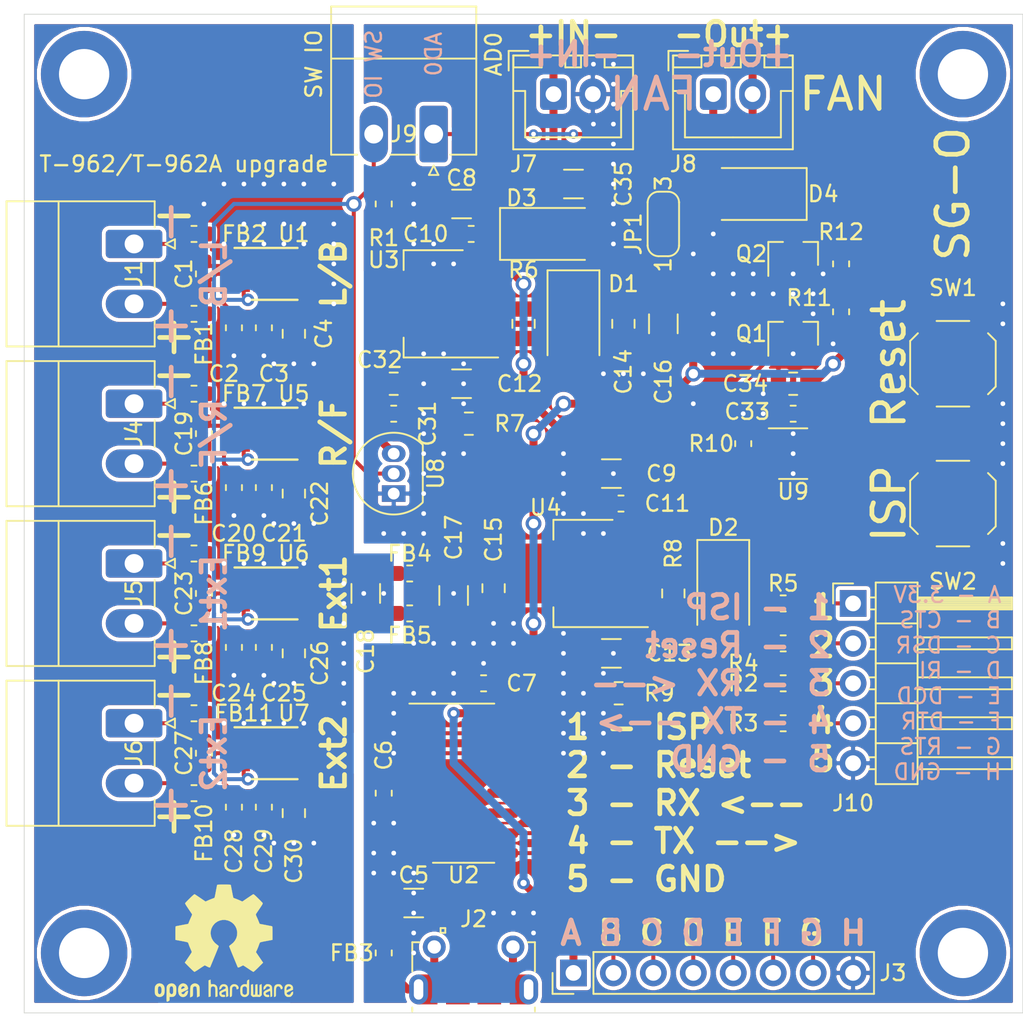
<source format=kicad_pcb>
(kicad_pcb (version 20171130) (host pcbnew "(5.1.5)-3")
  (title_block (title "T962 Upgrade") (date 2020-02-07) (rev v0.1) (company SG-O))
  (layers (0 F.Cu signal) (31 B.Cu signal) (34 B.Paste user) (35 F.Paste user) (36 B.SilkS user) (37 F.SilkS user) (38 B.Mask user) (39 F.Mask user) (44 Edge.Cuts user))
  (net 0 "")
  (net 1 "Net-(C1-Pad2)")
  (net 2 "Net-(C1-Pad1)")
  (net 3 VDDA)
  (net 4 VSSA)
  (net 5 VSS)
  (net 6 "Net-(C5-Pad1)")
  (net 7 "Net-(C6-Pad1)")
  (net 8 VDD)
  (net 9 +VDC)
  (net 10 "Net-(C12-Pad1)")
  (net 11 "Net-(C13-Pad1)")
  (net 12 "Net-(C15-Pad1)")
  (net 13 "Net-(C19-Pad2)")
  (net 14 "Net-(C19-Pad1)")
  (net 15 "Net-(C23-Pad1)")
  (net 16 "Net-(C23-Pad2)")
  (net 17 "Net-(C27-Pad2)")
  (net 18 "Net-(C27-Pad1)")
  (net 19 "Net-(C35-Pad1)")
  (net 20 "Net-(D4-Pad2)")
  (net 21 "Net-(FB1-Pad2)")
  (net 22 "Net-(FB2-Pad2)")
  (net 23 Earth)
  (net 24 "Net-(FB6-Pad2)")
  (net 25 "Net-(FB7-Pad2)")
  (net 26 "Net-(FB8-Pad2)")
  (net 27 "Net-(FB9-Pad2)")
  (net 28 "Net-(FB10-Pad2)")
  (net 29 "Net-(FB11-Pad2)")
  (net 30 "Net-(J2-Pad2)")
  (net 31 "Net-(J2-Pad3)")
  (net 32 /USB/CTS)
  (net 33 /USB/DSR)
  (net 34 /USB/RI)
  (net 35 /USB/DCD)
  (net 36 /USB/DTR)
  (net 37 /USB/RTS)
  (net 38 /IO/Fan)
  (net 39 /SW_IO)
  (net 40 /ISP)
  (net 41 /Reset)
  (net 42 /RX)
  (net 43 /TX)
  (net 44 "Net-(JP1-Pad2)")
  (net 45 "Net-(JP1-Pad1)")
  (net 46 "Net-(Q1-Pad1)")
  (net 47 "Net-(R2-Pad1)")
  (net 48 "Net-(R3-Pad1)")
  (net 49 "Net-(R4-Pad1)")
  (net 50 "Net-(R5-Pad1)")
  (net 51 "Net-(R10-Pad1)")
  (module Symbol:OSHW-Logo2_9.8x8mm_Copper (layer F.Cu) (at 76.835 122.555)
    (fp_text reference REF** hide)
    (fp_text value OSHW-Logo2_9.8x8mm_Copper hide)
    (fp_poly (pts (xy 0.139878 -3.712224) (xy 0.245612 -3.711645) (xy 0.322132 -3.710078) (xy 0.374372 -3.707028) (xy 0.407263 -3.702004) (xy 0.425737 -3.694511) (xy 0.434727 -3.684056) (xy 0.439163 -3.670147) (xy 0.439594 -3.668346) (xy 0.446333 -3.635855) (xy 0.458808 -3.571748) (xy 0.475719 -3.482849) (xy 0.495771 -3.375981) (xy 0.517664 -3.257967) (xy 0.518429 -3.253822) (xy 0.540359 -3.138169) (xy 0.560877 -3.035986) (xy 0.578659 -2.953402) (xy 0.592381 -2.896544) (xy 0.600718 -2.871542) (xy 0.601116 -2.871099) (xy 0.625677 -2.85889) (xy 0.676315 -2.838544) (xy 0.742095 -2.814455) (xy 0.742461 -2.814326) (xy 0.825317 -2.783182) (xy 0.923 -2.743509) (xy 1.015077 -2.703619) (xy 1.019434 -2.701647) (xy 1.169407 -2.63358) (xy 1.501498 -2.860361) (xy 1.603374 -2.929496) (xy 1.695657 -2.991303) (xy 1.773003 -3.042267) (xy 1.830064 -3.078873) (xy 1.861495 -3.097606) (xy 1.864479 -3.098996) (xy 1.887321 -3.09281) (xy 1.929982 -3.062965) (xy 1.994128 -3.008053) (xy 2.081421 -2.926666) (xy 2.170535 -2.840078) (xy 2.256441 -2.754753) (xy 2.333327 -2.676892) (xy 2.396564 -2.611303) (xy 2.441523 -2.562795) (xy 2.463576 -2.536175) (xy 2.464396 -2.534805) (xy 2.466834 -2.516537) (xy 2.45765 -2.486705) (xy 2.434574 -2.441279) (xy 2.395337 -2.37623) (xy 2.33767 -2.28753) (xy 2.260795 -2.173343) (xy 2.19257 -2.072838) (xy 2.131582 -1.982697) (xy 2.081356 -1.908151) (xy 2.045416 -1.854435) (xy 2.027287 -1.826782) (xy 2.026146 -1.824905) (xy 2.028359 -1.79841) (xy 2.045138 -1.746914) (xy 2.073142 -1.680149) (xy 2.083122 -1.658828) (xy 2.126672 -1.563841) (xy 2.173134 -1.456063) (xy 2.210877 -1.362808) (xy 2.238073 -1.293594) (xy 2.259675 -1.240994) (xy 2.272158 -1.213503) (xy 2.273709 -1.211384) (xy 2.296668 -1.207876) (xy 2.350786 -1.198262) (xy 2.428868 -1.183911) (xy 2.523719 -1.166193) (xy 2.628143 -1.146475) (xy 2.734944 -1.126126) (xy 2.836926 -1.106514) (xy 2.926894 -1.089009) (xy 2.997653 -1.074978) (xy 3.042006 -1.065791) (xy 3.052885 -1.063193) (xy 3.064122 -1.056782) (xy 3.072605 -1.042303) (xy 3.078714 -1.014867) (xy 3.082832 -0.969589) (xy 3.085341 -0.90158) (xy 3.086621 -0.805953) (xy 3.087054 -0.67782) (xy 3.087077 -0.625299) (xy 3.087077 -0.198155) (xy 2.9845 -0.177909) (xy 2.927431 -0.16693) (xy 2.842269 -0.150905) (xy 2.739372 -0.131767) (xy 2.629096 -0.111449) (xy 2.598615 -0.105868) (xy 2.496855 -0.086083) (xy 2.408205 -0.066627) (xy 2.340108 -0.049303) (xy 2.300004 -0.035912) (xy 2.293323 -0.031921) (xy 2.276919 -0.003658) (xy 2.253399 0.051109) (xy 2.227316 0.121588) (xy 2.222142 0.136769) (xy 2.187956 0.230896) (xy 2.145523 0.337101) (xy 2.103997 0.432473) (xy 2.103792 0.432916) (xy 2.03464 0.582525) (xy 2.489512 1.251617) (xy 2.1975 1.544116) (xy 2.10918 1.63117) (xy 2.028625 1.707909) (xy 1.96036 1.770237) (xy 1.908908 1.814056) (xy 1.878794 1.83527) (xy 1.874474 1.836616) (xy 1.849111 1.826016) (xy 1.797358 1.796547) (xy 1.724868 1.751705) (xy 1.637294 1.694984) (xy 1.542612 1.631462) (xy 1.446516 1.566668) (xy 1.360837 1.510287) (xy 1.291016 1.465788) (xy 1.242494 1.436639) (xy 1.220782 1.426308) (xy 1.194293 1.43505) (xy 1.144062 1.458087) (xy 1.080451 1.490631) (xy 1.073708 1.494249) (xy 0.988046 1.53721) (xy 0.929306 1.558279) (xy 0.892772 1.558503) (xy 0.873731 1.538928) (xy 0.87362 1.538654) (xy 0.864102 1.515472) (xy 0.841403 1.460441) (xy 0.807282 1.377822) (xy 0.7635 1.271872) (xy 0.711816 1.146852) (xy 0.653992 1.00702) (xy 0.597991 0.871637) (xy 0.536447 0.722234) (xy 0.479939 0.583832) (xy 0.430161 0.460673) (xy 0.388806 0.357002) (xy 0.357568 0.277059) (xy 0.338141 0.225088) (xy 0.332154 0.205692) (xy 0.347168 0.183443) (xy 0.386439 0.147982) (xy 0.438807 0.108887) (xy 0.587941 -0.014755) (xy 0.704511 -0.156478) (xy 0.787118 -0.313296) (xy 0.834366 -0.482225) (xy 0.844857 -0.660278) (xy 0.837231 -0.742461) (xy 0.795682 -0.912969) (xy 0.724123 -1.063541) (xy 0.626995 -1.192691) (xy 0.508734 -1.298936) (xy 0.37378 -1.38079) (xy 0.226571 -1.436768) (xy 0.071544 -1.465385) (xy -0.086861 -1.465156) (xy -0.244206 -1.434595) (xy -0.396054 -1.372218) (xy -0.537965 -1.27654) (xy -0.597197 -1.222428) (xy -0.710797 -1.08348) (xy -0.789894 -0.931639) (xy -0.835014 -0.771333) (xy -0.846684 -0.606988) (xy -0.825431 -0.443029) (xy -0.77178 -0.283882) (xy -0.68626 -0.133975) (xy -0.569395 0.002267) (xy -0.438807 0.108887) (xy -0.384412 0.149642) (xy -0.345986 0.184718) (xy -0.332154 0.205726) (xy -0.339397 0.228635) (xy -0.359995 0.283365) (xy -0.392254 0.365672) (xy -0.434479 0.471315) (xy -0.484977 0.59605) (xy -0.542052 0.735636) (xy -0.598146 0.87167) (xy -0.660033 1.021201) (xy -0.717356 1.159767) (xy -0.768356 1.283107) (xy -0.811273 1.386964) (xy -0.844347 1.46708) (xy -0.865819 1.519195) (xy -0.873775 1.538654) (xy -0.892571 1.558423) (xy -0.928926 1.558365) (xy -0.987521 1.537441) (xy -1.073032 1.494613) (xy -1.073708 1.494249) (xy -1.138093 1.461012) (xy -1.190139 1.436802) (xy -1.219488 1.426404) (xy -1.220783 1.426308) (xy -1.242876 1.436855) (xy -1.291652 1.466184) (xy -1.361669 1.510827) (xy -1.447486 1.567314) (xy -1.542612 1.631462) (xy -1.63946 1.696411) (xy -1.726747 1.752896) (xy -1.798819 1.797421) (xy -1.850023 1.82649) (xy -1.874474 1.836616) (xy -1.89699 1.823307) (xy -1.942258 1.786112) (xy -2.005756 1.729128) (xy -2.082961 1.656449) (xy -2.169349 1.572171) (xy -2.197601 1.544016) (xy -2.489713 1.251416) (xy -2.267369 0.925104) (xy -2.199798 0.824897) (xy -2.140493 0.734963) (xy -2.092783 0.66051) (xy -2.059993 0.606751) (xy -2.045452 0.578894) (xy -2.045026 0.576912) (xy -2.052692 0.550655) (xy -2.073311 0.497837) (xy -2.103315 0.42731) (xy -2.124375 0.380093) (xy -2.163752 0.289694) (xy -2.200835 0.198366) (xy -2.229585 0.1212) (xy -2.237395 0.097692) (xy -2.259583 0.034916) (xy -2.281273 -0.013589) (xy -2.293187 -0.031921) (xy -2.319477 -0.043141) (xy -2.376858 -0.059046) (xy -2.457882 -0.077833) (xy -2.555105 -0.097701) (xy -2.598615 -0.105868) (xy -2.709104 -0.126171) (xy -2.815084 -0.14583) (xy -2.906199 -0.162912) (xy -2.972092 -0.175482) (xy -2.9845 -0.177909) (xy -3.087077 -0.198155) (xy -3.087077 -0.625299) (xy -3.086847 -0.765754) (xy -3.085901 -0.872021) (xy -3.083859 -0.948987) (xy -3.080338 -1.00154) (xy -3.074957 -1.034567) (xy -3.067334 -1.052955) (xy -3.057088 -1.061592) (xy -3.052885 -1.063193) (xy -3.02753 -1.068873) (xy -2.971516 -1.080205) (xy -2.892036 -1.095821) (xy -2.796288 -1.114353) (xy -2.691467 -1.134431) (xy -2.584768 -1.154688) (xy -2.483387 -1.173754) (xy -2.394521 -1.190261) (xy -2.325363 -1.202841) (xy -2.283111 -1.210125) (xy -2.27371 -1.211384) (xy -2.265193 -1.228237) (xy -2.24634 -1.27313) (xy -2.220676 -1.33757) (xy -2.210877 -1.362808) (xy -2.171352 -1.460314) (xy -2.124808 -1.568041) (xy -2.083123 -1.658828) (xy -2.05245 -1.728247) (xy -2.032044 -1.78529) (xy -2.025232 -1.820223) (xy -2.026318 -1.824905) (xy -2.040715 -1.847009) (xy -2.073588 -1.896169) (xy -2.12141 -1.967152) (xy -2.180652 -2.054722) (xy -2.247785 -2.153643) (xy -2.261059 -2.17317) (xy -2.338954 -2.28886) (xy -2.396213 -2.376956) (xy -2.435119 -2.441514) (xy -2.457956 -2.486589) (xy -2.467006 -2.516237) (xy -2.464552 -2.534515) (xy -2.464489 -2.534631) (xy -2.445173 -2.558639) (xy -2.402449 -2.605053) (xy -2.340949 -2.669063) (xy -2.265302 -2.745855) (xy -2.180139 -2.830618) (xy -2.170535 -2.840078) (xy -2.06321 -2.944011) (xy -1.980385 -3.020325) (xy -1.920395 -3.070429) (xy -1.881577 -3.09573) (xy -1.86448 -3.098996) (xy -1.839527 -3.08475) (xy -1.787745 -3.051844) (xy -1.71448 -3.003792) (xy -1.62508 -2.94411) (xy -1.524889 -2.876312) (xy -1.501499 -2.860361) (xy -1.169407 -2.63358) (xy -1.019435 -2.701647) (xy -0.92823 -2.741315) (xy -0.830331 -2.781209) (xy -0.746169 -2.813017) (xy -0.742462 -2.814326) (xy -0.676631 -2.838424) (xy -0.625884 -2.8588) (xy -0.601158 -2.871064) (xy -0.601116 -2.871099) (xy -0.593271 -2.893266) (xy -0.579934 -2.947783) (xy -0.56243 -3.02852) (xy -0.542083 -3.12935) (xy -0.520218 -3.244144) (xy -0.518429 -3.253822) (xy -0.496496 -3.372096) (xy -0.47636 -3.479458) (xy -0.45932 -3.569083) (xy -0.446672 -3.634149) (xy -0.439716 -3.667832) (xy -0.439594 -3.668346) (xy -0.435361 -3.682675) (xy -0.427129 -3.693493) (xy -0.409967 -3.701294) (xy -0.378942 -3.706571) (xy -0.329122 -3.709818) (xy -0.255576 -3.711528) (xy -0.153371 -3.712193) (xy -0.017575 -3.712307) (xy 0 -3.712308) (xy 0.139878 -3.712224)) (layer F.Cu) (width 0.01))
    (fp_poly (pts (xy 4.245224 2.647838) (xy 4.322528 2.698361) (xy 4.359814 2.74359) (xy 4.389353 2.825663) (xy 4.391699 2.890607) (xy 4.386385 2.977445) (xy 4.186115 3.065103) (xy 4.088739 3.109887) (xy 4.025113 3.145913) (xy 3.992029 3.177117) (xy 3.98628 3.207436) (xy 4.004658 3.240805) (xy 4.024923 3.262923) (xy 4.083889 3.298393) (xy 4.148024 3.300879) (xy 4.206926 3.273235) (xy 4.250197 3.21832) (xy 4.257936 3.198928) (xy 4.295006 3.138364) (xy 4.337654 3.112552) (xy 4.396154 3.090471) (xy 4.396154 3.174184) (xy 4.390982 3.23115) (xy 4.370723 3.279189) (xy 4.328262 3.334346) (xy 4.321951 3.341514) (xy 4.27472 3.390585) (xy 4.234121 3.41692) (xy 4.183328 3.429035) (xy 4.14122 3.433003) (xy 4.065902 3.433991) (xy 4.012286 3.421466) (xy 3.978838 3.402869) (xy 3.926268 3.361975) (xy 3.889879 3.317748) (xy 3.86685 3.262126) (xy 3.854359 3.187047) (xy 3.849587 3.084449) (xy 3.849206 3.032376) (xy 3.850501 2.969948) (xy 3.968471 2.969948) (xy 3.969839 3.003438) (xy 3.973249 3.008923) (xy 3.995753 3.001472) (xy 4.044182 2.981753) (xy 4.108908 2.953718) (xy 4.122443 2.947692) (xy 4.204244 2.906096) (xy 4.249312 2.869538) (xy 4.259217 2.835296) (xy 4.235526 2.800648) (xy 4.21596 2.785339) (xy 4.14536 2.754721) (xy 4.07928 2.75978) (xy 4.023959 2.797151) (xy 3.985636 2.863473) (xy 3.973349 2.916116) (xy 3.968471 2.969948) (xy 3.850501 2.969948) (xy 3.85173 2.91072) (xy 3.861032 2.82071) (xy 3.87946 2.755167) (xy 3.90936 2.706912) (xy 3.95308 2.668767) (xy 3.972141 2.65644) (xy 4.058726 2.624336) (xy 4.153522 2.622316) (xy 4.245224 2.647838)) (layer F.Cu) (width 0.01))
    (fp_poly (pts (xy 3.570807 2.636782) (xy 3.594161 2.646988) (xy 3.649902 2.691134) (xy 3.697569 2.754967) (xy 3.727048 2.823087) (xy 3.731846 2.85667) (xy 3.71576 2.903556) (xy 3.680475 2.928365) (xy 3.642644 2.943387) (xy 3.625321 2.946155) (xy 3.616886 2.926066) (xy 3.60023 2.882351) (xy 3.592923 2.862598) (xy 3.551948 2.794271) (xy 3.492622 2.760191) (xy 3.416552 2.761239) (xy 3.410918 2.762581) (xy 3.370305 2.781836) (xy 3.340448 2.819375) (xy 3.320055 2.879809) (xy 3.307836 2.967751) (xy 3.3025 3.087813) (xy 3.302 3.151698) (xy 3.301752 3.252403) (xy 3.300126 3.321054) (xy 3.295801 3.364673) (xy 3.287454 3.390282) (xy 3.273765 3.404903) (xy 3.253411 3.415558) (xy 3.252234 3.416095) (xy 3.213038 3.432667) (xy 3.193619 3.438769) (xy 3.190635 3.420319) (xy 3.188081 3.369323) (xy 3.18614 3.292308) (xy 3.184997 3.195805) (xy 3.184769 3.125184) (xy 3.185932 2.988525) (xy 3.190479 2.884851) (xy 3.199999 2.808108) (xy 3.216081 2.752246) (xy 3.240313 2.711212) (xy 3.274286 2.678954) (xy 3.307833 2.65644) (xy 3.388499 2.626476) (xy 3.482381 2.619718) (xy 3.570807 2.636782)) (layer F.Cu) (width 0.01))
    (fp_poly (pts (xy 2.887333 2.633528) (xy 2.94359 2.659117) (xy 2.987747 2.690124) (xy 3.020101 2.724795) (xy 3.042438 2.76952) (xy 3.056546 2.830692) (xy 3.064211 2.914701) (xy 3.06722 3.02794) (xy 3.067538 3.102509) (xy 3.067538 3.39342) (xy 3.017773 3.416095) (xy 2.978576 3.432667) (xy 2.959157 3.438769) (xy 2.955442 3.42061) (xy 2.952495 3.371648) (xy 2.950691 3.300153) (xy 2.950308 3.243385) (xy 2.948661 3.161371) (xy 2.944222 3.096309) (xy 2.93774 3.056467) (xy 2.93259 3.048) (xy 2.897977 3.056646) (xy 2.84364 3.078823) (xy 2.780722 3.108886) (xy 2.720368 3.141192) (xy 2.673721 3.170098) (xy 2.651926 3.189961) (xy 2.651839 3.190175) (xy 2.653714 3.226935) (xy 2.670525 3.262026) (xy 2.700039 3.290528) (xy 2.743116 3.300061) (xy 2.779932 3.29895) (xy 2.832074 3.298133) (xy 2.859444 3.310349) (xy 2.875882 3.342624) (xy 2.877955 3.34871) (xy 2.885081 3.394739) (xy 2.866024 3.422687) (xy 2.816353 3.436007) (xy 2.762697 3.43847) (xy 2.666142 3.42021) (xy 2.616159 3.394131) (xy 2.554429 3.332868) (xy 2.52169 3.25767) (xy 2.518753 3.178211) (xy 2.546424 3.104167) (xy 2.588047 3.057769) (xy 2.629604 3.031793) (xy 2.694922 2.998907) (xy 2.771038 2.965557) (xy 2.783726 2.960461) (xy 2.867333 2.923565) (xy 2.91553 2.891046) (xy 2.93103 2.858718) (xy 2.91655 2.822394) (xy 2.891692 2.794) (xy 2.832939 2.759039) (xy 2.768293 2.756417) (xy 2.709008 2.783358) (xy 2.666339 2.837088) (xy 2.660739 2.85095) (xy 2.628133 2.901936) (xy 2.58053 2.939787) (xy 2.520461 2.97085) (xy 2.520461 2.882768) (xy 2.523997 2.828951) (xy 2.539156 2.786534) (xy 2.572768 2.741279) (xy 2.605035 2.70642) (xy 2.655209 2.657062) (xy 2.694193 2.630547) (xy 2.736064 2.619911) (xy 2.78346 2.618154) (xy 2.887333 2.633528)) (layer F.Cu) (width 0.01))
    (fp_poly (pts (xy 2.395929 2.636662) (xy 2.398911 2.688068) (xy 2.401247 2.766192) (xy 2.402749 2.864857) (xy 2.403231 2.968343) (xy 2.403231 3.318533) (xy 2.341401 3.380363) (xy 2.298793 3.418462) (xy 2.26139 3.433895) (xy 2.21027 3.432918) (xy 2.189978 3.430433) (xy 2.126554 3.4232) (xy 2.074095 3.419055) (xy 2.061308 3.418672) (xy 2.018199 3.421176) (xy 1.956544 3.427462) (xy 1.932638 3.430433) (xy 1.873922 3.435028) (xy 1.834464 3.425046) (xy 1.795338 3.394228) (xy 1.781215 3.380363) (xy 1.719385 3.318533) (xy 1.719385 2.663503) (xy 1.76915 2.640829) (xy 1.812002 2.624034) (xy 1.837073 2.618154) (xy 1.843501 2.636736) (xy 1.849509 2.688655) (xy 1.854697 2.768172) (xy 1.858664 2.869546) (xy 1.860577 2.955192) (xy 1.865923 3.292231) (xy 1.91256 3.298825) (xy 1.954976 3.294214) (xy 1.97576 3.279287) (xy 1.98157 3.251377) (xy 1.98653 3.191925) (xy 1.990246 3.108466) (xy 1.992324 3.008532) (xy 1.992624 2.957104) (xy 1.992923 2.661054) (xy 2.054454 2.639604) (xy 2.098004 2.62502) (xy 2.121694 2.618219) (xy 2.122377 2.618154) (xy 2.124754 2.636642) (xy 2.127366 2.687906) (xy 2.129995 2.765649) (xy 2.132421 2.863574) (xy 2.134115 2.955192) (xy 2.139461 3.292231) (xy 2.256692 3.292231) (xy 2.262072 2.984746) (xy 2.267451 2.677261) (xy 2.324601 2.647707) (xy 2.366797 2.627413) (xy 2.39177 2.618204) (xy 2.392491 2.618154) (xy 2.395929 2.636662)) (layer F.Cu) (width 0.01))
    (fp_poly (pts (xy 1.602081 2.780289) (xy 1.601833 2.92632) (xy 1.600872 3.038655) (xy 1.598794 3.122678) (xy 1.595193 3.183769) (xy 1.589665 3.227309) (xy 1.581804 3.258679) (xy 1.571207 3.283262) (xy 1.563182 3.297294) (xy 1.496728 3.373388) (xy 1.41247 3.421084) (xy 1.319249 3.438199) (xy 1.2259 3.422546) (xy 1.170312 3.394418) (xy 1.111957 3.34576) (xy 1.072186 3.286333) (xy 1.04819 3.208507) (xy 1.037161 3.104652) (xy 1.035599 3.028462) (xy 1.035809 3.022986) (xy 1.172308 3.022986) (xy 1.173141 3.110355) (xy 1.176961 3.168192) (xy 1.185746 3.206029) (xy 1.201474 3.233398) (xy 1.220266 3.254042) (xy 1.283375 3.29389) (xy 1.351137 3.297295) (xy 1.415179 3.264025) (xy 1.420164 3.259517) (xy 1.441439 3.236067) (xy 1.454779 3.208166) (xy 1.462001 3.166641) (xy 1.464923 3.102316) (xy 1.465385 3.0312) (xy 1.464383 2.941858) (xy 1.460238 2.882258) (xy 1.451236 2.843089) (xy 1.435667 2.81504) (xy 1.422902 2.800144) (xy 1.3636 2.762575) (xy 1.295301 2.758057) (xy 1.23011 2.786753) (xy 1.217528 2.797406) (xy 1.196111 2.821063) (xy 1.182744 2.849251) (xy 1.175566 2.891245) (xy 1.172719 2.956319) (xy 1.172308 3.022986) (xy 1.035809 3.022986) (xy 1.040322 2.905765) (xy 1.056362 2.813577) (xy 1.086528 2.744269) (xy 1.133629 2.690211) (xy 1.170312 2.662505) (xy 1.23699 2.632572) (xy 1.314272 2.618678) (xy 1.38611 2.622397) (xy 1.426308 2.6374) (xy 1.442082 2.64167) (xy 1.45255 2.62575) (xy 1.459856 2.583089) (xy 1.465385 2.518106) (xy 1.471437 2.445732) (xy 1.479844 2.402187) (xy 1.495141 2.377287) (xy 1.521864 2.360845) (xy 1.538654 2.353564) (xy 1.602154 2.326963) (xy 1.602081 2.780289)) (layer F.Cu) (width 0.01))
    (fp_poly (pts (xy 0.713362 2.62467) (xy 0.802117 2.657421) (xy 0.874022 2.71535) (xy 0.902144 2.756128) (xy 0.932802 2.830954) (xy 0.932165 2.885058) (xy 0.899987 2.921446) (xy 0.888081 2.927633) (xy 0.836675 2.946925) (xy 0.810422 2.941982) (xy 0.80153 2.909587) (xy 0.801077 2.891692) (xy 0.784797 2.825859) (xy 0.742365 2.779807) (xy 0.683388 2.757564) (xy 0.617475 2.763161) (xy 0.563895 2.792229) (xy 0.545798 2.80881) (xy 0.532971 2.828925) (xy 0.524306 2.859332) (xy 0.518696 2.906788) (xy 0.515035 2.97805) (xy 0.512215 3.079875) (xy 0.511484 3.112115) (xy 0.50882 3.22241) (xy 0.505792 3.300036) (xy 0.50125 3.351396) (xy 0.494046 3.38289) (xy 0.483033 3.40092) (xy 0.46706 3.411888) (xy 0.456834 3.416733) (xy 0.413406 3.433301) (xy 0.387842 3.438769) (xy 0.379395 3.420507) (xy 0.374239 3.365296) (xy 0.372346 3.272499) (xy 0.373689 3.141478) (xy 0.374107 3.121269) (xy 0.377058 3.001733) (xy 0.380548 2.914449) (xy 0.385514 2.852591) (xy 0.392893 2.809336) (xy 0.403624 2.77786) (xy 0.418645 2.751339) (xy 0.426502 2.739975) (xy 0.471553 2.689692) (xy 0.52194 2.650581) (xy 0.528108 2.647167) (xy 0.618458 2.620212) (xy 0.713362 2.62467)) (layer F.Cu) (width 0.01))
    (fp_poly (pts (xy 0.053501 2.626303) (xy 0.13006 2.654733) (xy 0.130936 2.655279) (xy 0.178285 2.690127) (xy 0.213241 2.730852) (xy 0.237825 2.783925) (xy 0.254062 2.855814) (xy 0.263975 2.952992) (xy 0.269586 3.081928) (xy 0.270077 3.100298) (xy 0.277141 3.377287) (xy 0.217695 3.408028) (xy 0.174681 3.428802) (xy 0.14871 3.438646) (xy 0.147509 3.438769) (xy 0.143014 3.420606) (xy 0.139444 3.371612) (xy 0.137248 3.300031) (xy 0.136769 3.242068) (xy 0.136758 3.14817) (xy 0.132466 3.089203) (xy 0.117503 3.061079) (xy 0.085482 3.059706) (xy 0.030014 3.080998) (xy -0.053731 3.120136) (xy -0.115311 3.152643) (xy -0.146983 3.180845) (xy -0.156294 3.211582) (xy -0.156308 3.213104) (xy -0.140943 3.266054) (xy -0.095453 3.29466) (xy -0.025834 3.298803) (xy 0.024313 3.298084) (xy 0.050754 3.312527) (xy 0.067243 3.347218) (xy 0.076733 3.391416) (xy 0.063057 3.416493) (xy 0.057907 3.420082) (xy 0.009425 3.434496) (xy -0.058469 3.436537) (xy -0.128388 3.426983) (xy -0.177932 3.409522) (xy -0.24643 3.351364) (xy -0.285366 3.270408) (xy -0.293077 3.20716) (xy -0.287193 3.150111) (xy -0.265899 3.103542) (xy -0.223735 3.062181) (xy -0.155241 3.020755) (xy -0.054956 2.973993) (xy -0.048846 2.97135) (xy 0.04149 2.929617) (xy 0.097235 2.895391) (xy 0.121129 2.864635) (xy 0.115913 2.833311) (xy 0.084328 2.797383) (xy 0.074883 2.789116) (xy 0.011617 2.757058) (xy -0.053936 2.758407) (xy -0.111028 2.789838) (xy -0.148907 2.848024) (xy -0.152426 2.859446) (xy -0.1867 2.914837) (xy -0.230191 2.941518) (xy -0.293077 2.96796) (xy -0.293077 2.899548) (xy -0.273948 2.80011) (xy -0.217169 2.708902) (xy -0.187622 2.678389) (xy -0.120458 2.639228) (xy -0.035044 2.6215) (xy 0.053501 2.626303)) (layer F.Cu) (width 0.01))
    (fp_poly (pts (xy -0.840154 2.49212) (xy -0.834428 2.57198) (xy -0.827851 2.619039) (xy -0.818738 2.639566) (xy -0.805402 2.639829) (xy -0.801077 2.637378) (xy -0.743556 2.619636) (xy -0.668732 2.620672) (xy -0.592661 2.63891) (xy -0.545082 2.662505) (xy -0.496298 2.700198) (xy -0.460636 2.742855) (xy -0.436155 2.797057) (xy -0.420913 2.869384) (xy -0.41297 2.966419) (xy -0.410384 3.094742) (xy -0.410338 3.119358) (xy -0.410308 3.39587) (xy -0.471839 3.41732) (xy -0.515541 3.431912) (xy -0.539518 3.438706) (xy -0.540223 3.438769) (xy -0.542585 3.420345) (xy -0.544594 3.369526) (xy -0.546099 3.292993) (xy -0.546947 3.19743) (xy -0.547077 3.139329) (xy -0.547349 3.024771) (xy -0.548748 2.942667) (xy -0.552151 2.886393) (xy -0.558433 2.849326) (xy -0.568471 2.824844) (xy -0.583139 2.806325) (xy -0.592298 2.797406) (xy -0.655211 2.761466) (xy -0.723864 2.758775) (xy -0.786152 2.78917) (xy -0.797671 2.800144) (xy -0.814567 2.820779) (xy -0.826286 2.845256) (xy -0.833767 2.880647) (xy -0.837946 2.934026) (xy -0.839763 3.012466) (xy -0.840154 3.120617) (xy -0.840154 3.39587) (xy -0.901685 3.41732) (xy -0.945387 3.431912) (xy -0.969364 3.438706) (xy -0.97007 3.438769) (xy -0.971874 3.420069) (xy -0.9735 3.367322) (xy -0.974883 3.285557) (xy -0.975958 3.179805) (xy -0.97666 3.055094) (xy -0.976923 2.916455) (xy -0.976923 2.381806) (xy -0.849923 2.328236) (xy -0.840154 2.49212)) (layer F.Cu) (width 0.01))
    (fp_poly (pts (xy -2.465746 2.599745) (xy -2.388714 2.651567) (xy -2.329184 2.726412) (xy -2.293622 2.821654) (xy -2.286429 2.891756) (xy -2.287246 2.921009) (xy -2.294086 2.943407) (xy -2.312888 2.963474) (xy -2.349592 2.985733) (xy -2.410138 3.014709) (xy -2.500466 3.054927) (xy -2.500923 3.055129) (xy -2.584067 3.09321) (xy -2.652247 3.127025) (xy -2.698495 3.152933) (xy -2.715842 3.167295) (xy -2.715846 3.167411) (xy -2.700557 3.198685) (xy -2.664804 3.233157) (xy -2.623758 3.25799) (xy -2.602963 3.262923) (xy -2.54623 3.245862) (xy -2.497373 3.203133) (xy -2.473535 3.156155) (xy -2.450603 3.121522) (xy -2.405682 3.082081) (xy -2.352877 3.048009) (xy -2.30629 3.02948) (xy -2.296548 3.028462) (xy -2.285582 3.045215) (xy -2.284921 3.088039) (xy -2.29298 3.145781) (xy -2.308173 3.207289) (xy -2.328914 3.261409) (xy -2.329962 3.26351) (xy -2.392379 3.35066) (xy -2.473274 3.409939) (xy -2.565144 3.439034) (xy -2.660487 3.435634) (xy -2.751802 3.397428) (xy -2.755862 3.394741) (xy -2.827694 3.329642) (xy -2.874927 3.244705) (xy -2.901066 3.133021) (xy -2.904574 3.101643) (xy -2.910787 2.953536) (xy -2.903339 2.884468) (xy -2.715846 2.884468) (xy -2.71341 2.927552) (xy -2.700086 2.940126) (xy -2.666868 2.930719) (xy -2.614506 2.908483) (xy -2.555976 2.88061) (xy -2.554521 2.879872) (xy -2.504911 2.853777) (xy -2.485 2.836363) (xy -2.48991 2.818107) (xy -2.510584 2.79412) (xy -2.563181 2.759406) (xy -2.619823 2.756856) (xy -2.670631 2.782119) (xy -2.705724 2.830847) (xy -2.715846 2.884468) (xy -2.903339 2.884468) (xy -2.898008 2.835036) (xy -2.865222 2.741055) (xy -2.819579 2.675215) (xy -2.737198 2.608681) (xy -2.646454 2.575676) (xy -2.553815 2.573573) (xy -2.465746 2.599745)) (layer F.Cu) (width 0.01))
    (fp_poly (pts (xy -3.983114 2.587256) (xy -3.891536 2.635409) (xy -3.823951 2.712905) (xy -3.799943 2.762727) (xy -3.781262 2.837533) (xy -3.771699 2.932052) (xy -3.770792 3.03521) (xy -3.778079 3.135935) (xy -3.793097 3.223153) (xy -3.815385 3.285791) (xy -3.822235 3.296579) (xy -3.903368 3.377105) (xy -3.999734 3.425336) (xy -4.104299 3.43945) (xy -4.210032 3.417629) (xy -4.239457 3.404547) (xy -4.296759 3.364231) (xy -4.34705 3.310775) (xy -4.351803 3.303995) (xy -4.371122 3.271321) (xy -4.383892 3.236394) (xy -4.391436 3.190414) (xy -4.395076 3.124584) (xy -4.396135 3.030105) (xy -4.396154 3.008923) (xy -4.396106 3.002182) (xy -4.200769 3.002182) (xy -4.199632 3.091349) (xy -4.195159 3.15052) (xy -4.185754 3.188741) (xy -4.169824 3.215053) (xy -4.161692 3.223846) (xy -4.114942 3.257261) (xy -4.069553 3.255737) (xy -4.02366 3.226752) (xy -3.996288 3.195809) (xy -3.980077 3.150643) (xy -3.970974 3.07942) (xy -3.970349 3.071114) (xy -3.968796 2.942037) (xy -3.985035 2.846172) (xy -4.018848 2.784107) (xy -4.070016 2.756432) (xy -4.08828 2.754923) (xy -4.13624 2.762513) (xy -4.169047 2.788808) (xy -4.189105 2.839095) (xy -4.198822 2.918664) (xy -4.200769 3.002182) (xy -4.396106 3.002182) (xy -4.395426 2.908249) (xy -4.392371 2.837906) (xy -4.385678 2.789163) (xy -4.37404 2.753288) (xy -4.356147 2.721548) (xy -4.352192 2.715648) (xy -4.285733 2.636104) (xy -4.213315 2.589929) (xy -4.125151 2.571599) (xy -4.095213 2.570703) (xy -3.983114 2.587256)) (layer F.Cu) (width 0.01))
    (fp_poly (pts (xy -1.728336 2.595089) (xy -1.665633 2.631358) (xy -1.622039 2.667358) (xy -1.590155 2.705075) (xy -1.56819 2.751199) (xy -1.554351 2.812421) (xy -1.546847 2.895431) (xy -1.543883 3.006919) (xy -1.543539 3.087062) (xy -1.543539 3.382065) (xy -1.709615 3.456515) (xy -1.719385 3.133402) (xy -1.723421 3.012729) (xy -1.727656 2.925141) (xy -1.732903 2.86465) (xy -1.739975 2.825268) (xy -1.749689 2.801007) (xy -1.762856 2.78588) (xy -1.767081 2.782606) (xy -1.831091 2.757034) (xy -1.895792 2.767153) (xy -1.934308 2.794) (xy -1.949975 2.813024) (xy -1.96082 2.837988) (xy -1.967712 2.875834) (xy -1.971521 2.933502) (xy -1.973117 3.017935) (xy -1.973385 3.105928) (xy -1.973437 3.216323) (xy -1.975328 3.294463) (xy -1.981655 3.347165) (xy -1.995017 3.381242) (xy -2.018015 3.403511) (xy -2.053246 3.420787) (xy -2.100303 3.438738) (xy -2.151697 3.458278) (xy -2.145579 3.111485) (xy -2.143116 2.986468) (xy -2.140233 2.894082) (xy -2.136102 2.827881) (xy -2.129893 2.78142) (xy -2.120774 2.748256) (xy -2.107917 2.721944) (xy -2.092416 2.698729) (xy -2.017629 2.624569) (xy -1.926372 2.581684) (xy -1.827117 2.571412) (xy -1.728336 2.595089)) (layer F.Cu) (width 0.01))
    (fp_poly (pts (xy -3.231114 2.584505) (xy -3.156461 2.621727) (xy -3.090569 2.690261) (xy -3.072423 2.715648) (xy -3.052655 2.748866) (xy -3.039828 2.784945) (xy -3.03249 2.833098) (xy -3.029187 2.902536) (xy -3.028462 2.994206) (xy -3.031737 3.11983) (xy -3.043123 3.214154) (xy -3.064959 3.284523) (xy -3.099581 3.338286) (xy -3.14933 3.382788) (xy -3.152986 3.385423) (xy -3.202015 3.412377) (xy -3.261055 3.425712) (xy -3.336141 3.429) (xy -3.458205 3.429) (xy -3.458256 3.547497) (xy -3.459392 3.613492) (xy -3.466314 3.652202) (xy -3.484402 3.675419) (xy -3.519038 3.694933) (xy -3.527355 3.69892) (xy -3.56628 3.717603) (xy -3.596417 3.729403) (xy -3.618826 3.730422) (xy -3.634567 3.716761) (xy -3.644698 3.684522) (xy -3.650277 3.629804) (xy -3.652365 3.548711) (xy -3.652019 3.437344) (xy -3.6503 3.291802) (xy -3.649763 3.248269) (xy -3.647828 3.098205) (xy -3.646096 3.000042) (xy -3.458308 3.000042) (xy -3.457252 3.083364) (xy -3.452562 3.13788) (xy -3.441949 3.173837) (xy -3.423128 3.201482) (xy -3.41035 3.214965) (xy -3.35811 3.254417) (xy -3.311858 3.257628) (xy -3.264133 3.225049) (xy -3.262923 3.223846) (xy -3.243506 3.198668) (xy -3.231693 3.164447) (xy -3.225735 3.111748) (xy -3.22388 3.031131) (xy -3.223846 3.013271) (xy -3.22833 2.902175) (xy -3.242926 2.825161) (xy -3.26935 2.778147) (xy -3.309317 2.75705) (xy -3.332416 2.754923) (xy -3.387238 2.7649) (xy -3.424842 2.797752) (xy -3.447477 2.857857) (xy -3.457394 2.949598) (xy -3.458308 3.000042) (xy -3.646096 3.000042) (xy -3.645778 2.98206) (xy -3.643127 2.894679) (xy -3.639394 2.830905) (xy -3.634093 2.785582) (xy -3.626742 2.753555) (xy -3.616857 2.729668) (xy -3.603954 2.708764) (xy -3.598421 2.700898) (xy -3.525031 2.626595) (xy -3.43224 2.584467) (xy -3.324904 2.572722) (xy -3.231114 2.584505)) (layer F.Cu) (width 0.01))
  )
  (module Symbol:OSHW-Logo2_9.8x8mm_SilkScreen (layer F.Cu) (at 76.835 122.555)
    (fp_text reference REF** hide)
    (fp_text value OSHW-Logo2_9.8x8mm_SilkScreen hide)
  )
  (module MountingHole:MountingHole_3.2mm_M3_ISO14580_Pad (layer F.Cu) (at 123.825 123.19)
    (fp_text reference REF** hide)
    (fp_text value MountingHole_3.2mm_M3_ISO14580_Pad hide)
    (pad 1 thru_hole circle (at 0 0) (size 5.5 5.5) (drill 3.2) (layers *.Cu *.Mask))
  )
  (module Resistor_SMD:R_0603_1608Metric (layer F.Cu) (at 112.395 108.585)
    (fp_text reference R3 (at -2.54 0 180) (layer F.SilkS))
    (fp_text value 470R)
    (pad 1 smd roundrect (at -0.7875 0) (size 0.875 0.95) (layers F.Cu F.Paste F.Mask) (net 48 "Net-(R3-Pad1)"))
    (pad 2 smd roundrect (at 0.7875 0) (size 0.875 0.95) (layers F.Cu F.Paste F.Mask) (net 43 /TX))
  )
  (module MountingHole:MountingHole_3.2mm_M3_ISO14580_Pad (layer F.Cu) (at 123.825 67.31)
    (fp_text reference REF** hide)
    (fp_text value MountingHole_3.2mm_M3_ISO14580_Pad hide)
    (pad 1 thru_hole circle (at 0 0) (size 5.5 5.5) (drill 3.2) (layers *.Cu *.Mask))
  )
  (module Capacitor_SMD:C_1206_3216Metric (layer F.Cu) (at 104.775 83.185 270)
    (fp_text reference C16 (at 3.683 0 90) (layer F.SilkS))
    (fp_text value 10u)
    (pad 2 smd roundrect (at 1.4 0 270) (size 1.25 1.75) (layers F.Cu F.Paste F.Mask) (roundrect_rratio 0.2) (net 5 VSS))
    (pad 1 smd roundrect (at -1.4 0 270) (size 1.25 1.75) (layers F.Cu F.Paste F.Mask) (roundrect_rratio 0.2) (net 8 VDD))
  )
  (module MountingHole:MountingHole_3.2mm_M3_ISO14580_Pad (layer F.Cu) (at 67.945 123.19)
    (fp_text reference REF** hide)
    (fp_text value MountingHole_3.2mm_M3_ISO14580_Pad hide)
    (pad 1 thru_hole circle (at 0 0) (size 5.5 5.5) (drill 3.2) (layers *.Cu *.Mask))
  )
  (module MountingHole:MountingHole_3.2mm_M3_ISO14580_Pad (layer F.Cu) (at 67.945 67.31)
    (fp_text reference REF** hide)
    (fp_text value MountingHole_3.2mm_M3_ISO14580_Pad hide)
    (pad 1 thru_hole circle (at 0 0) (size 5.5 5.5) (drill 3.2) (layers *.Cu *.Mask))
  )
  (module Capacitor_SMD:C_0603_1608Metric (layer F.Cu) (at 75.565 80.01 90)
    (fp_text reference C1 (at 0 -1.27 90) (layer F.SilkS))
    (fp_text value 10n)
    (pad 2 smd roundrect (at 0.7875 0 90) (size 0.875 0.95) (layers F.Cu F.Paste F.Mask) (net 1 "Net-(C1-Pad2)"))
    (pad 1 smd roundrect (at -0.7875 0 90) (size 0.875 0.95) (layers F.Cu F.Paste F.Mask) (net 2 "Net-(C1-Pad1)"))
  )
  (module Capacitor_SMD:C_0603_1608Metric (layer F.Cu) (at 77.47 83.439 270)
    (fp_text reference C2 (at 2.921 0.635 180) (layer F.SilkS))
    (fp_text value 10n)
    (pad 1 smd roundrect (at -0.7875 0 270) (size 0.875 0.95) (layers F.Cu F.Paste F.Mask) (net 3 VDDA))
    (pad 2 smd roundrect (at 0.7875 0 270) (size 0.875 0.95) (layers F.Cu F.Paste F.Mask) (net 4 VSSA))
  )
  (module Capacitor_SMD:C_0603_1608Metric (layer F.Cu) (at 79.375 83.439 270)
    (fp_text reference C3 (at 2.921 -0.635 180) (layer F.SilkS))
    (fp_text value 100n)
    (pad 1 smd roundrect (at -0.7875 0 270) (size 0.875 0.95) (layers F.Cu F.Paste F.Mask) (net 3 VDDA))
    (pad 2 smd roundrect (at 0.7875 0 270) (size 0.875 0.95) (layers F.Cu F.Paste F.Mask) (net 4 VSSA))
  )
  (module Capacitor_SMD:C_0805_2012Metric (layer F.Cu) (at 81.28 83.82 270)
    (fp_text reference C4 (at 0 -1.905 90) (layer F.SilkS))
    (fp_text value 1u)
    (pad 1 smd roundrect (at -0.9375 0 270) (size 0.975 1.4) (layers F.Cu F.Paste F.Mask) (net 3 VDDA))
    (pad 2 smd roundrect (at 0.9375 0 270) (size 0.975 1.4) (layers F.Cu F.Paste F.Mask) (net 4 VSSA))
  )
  (module Capacitor_SMD:C_1206_3216Metric (layer F.Cu) (at 88.9 120.015 180)
    (fp_text reference C5 (at 0 1.778) (layer F.SilkS))
    (fp_text value 10u)
    (pad 2 smd roundrect (at 1.4 0 180) (size 1.25 1.75) (layers F.Cu F.Paste F.Mask) (roundrect_rratio 0.2) (net 5 VSS))
    (pad 1 smd roundrect (at -1.4 0 180) (size 1.25 1.75) (layers F.Cu F.Paste F.Mask) (roundrect_rratio 0.2) (net 6 "Net-(C5-Pad1)"))
  )
  (module Capacitor_SMD:C_0603_1608Metric (layer F.Cu) (at 86.995 113.03 270)
    (fp_text reference C6 (at -2.413 0 90) (layer F.SilkS))
    (fp_text value 100n)
    (pad 2 smd roundrect (at 0.7875 0 270) (size 0.875 0.95) (layers F.Cu F.Paste F.Mask) (net 5 VSS))
    (pad 1 smd roundrect (at -0.7875 0 270) (size 0.875 0.95) (layers F.Cu F.Paste F.Mask) (net 7 "Net-(C6-Pad1)"))
  )
  (module Capacitor_SMD:C_0603_1608Metric (layer F.Cu) (at 93.345 106.045 180)
    (fp_text reference C7 (at -2.413 0) (layer F.SilkS))
    (fp_text value 100n)
    (pad 1 smd roundrect (at -0.7875 0 180) (size 0.875 0.95) (layers F.Cu F.Paste F.Mask) (net 8 VDD))
    (pad 2 smd roundrect (at 0.7875 0 180) (size 0.875 0.95) (layers F.Cu F.Paste F.Mask) (net 5 VSS))
  )
  (module Capacitor_SMD:C_1206_3216Metric (layer F.Cu) (at 91.945 75.565 180)
    (fp_text reference C8 (at 0 1.651) (layer F.SilkS))
    (fp_text value 10u)
    (pad 1 smd roundrect (at -1.4 0 180) (size 1.25 1.75) (layers F.Cu F.Paste F.Mask) (roundrect_rratio 0.2) (net 9 +VDC))
    (pad 2 smd roundrect (at 1.4 0 180) (size 1.25 1.75) (layers F.Cu F.Paste F.Mask) (roundrect_rratio 0.2) (net 5 VSS))
  )
  (module Capacitor_SMD:C_1206_3216Metric (layer F.Cu) (at 101.47 92.71 180)
    (fp_text reference C9 (at -3.178 0) (layer F.SilkS))
    (fp_text value 10u)
    (pad 1 smd roundrect (at -1.4 0 180) (size 1.25 1.75) (layers F.Cu F.Paste F.Mask) (roundrect_rratio 0.2) (net 9 +VDC))
    (pad 2 smd roundrect (at 1.4 0 180) (size 1.25 1.75) (layers F.Cu F.Paste F.Mask) (roundrect_rratio 0.2) (net 5 VSS))
  )
  (module Capacitor_SMD:C_0603_1608Metric (layer F.Cu) (at 92.5575 77.47 180)
    (fp_text reference C10 (at 2.8955 0) (layer F.SilkS))
    (fp_text value 100n)
    (pad 1 smd roundrect (at -0.7875 0 180) (size 0.875 0.95) (layers F.Cu F.Paste F.Mask) (net 9 +VDC))
    (pad 2 smd roundrect (at 0.7875 0 180) (size 0.875 0.95) (layers F.Cu F.Paste F.Mask) (net 5 VSS))
  )
  (module Capacitor_SMD:C_0603_1608Metric (layer F.Cu) (at 102.0825 94.615 180)
    (fp_text reference C11 (at -2.9465 0) (layer F.SilkS))
    (fp_text value 100n)
    (pad 2 smd roundrect (at 0.7875 0 180) (size 0.875 0.95) (layers F.Cu F.Paste F.Mask) (net 5 VSS))
    (pad 1 smd roundrect (at -0.7875 0 180) (size 0.875 0.95) (layers F.Cu F.Paste F.Mask) (net 9 +VDC))
  )
  (module Capacitor_SMD:C_1206_3216Metric (layer F.Cu) (at 91.945 86.995 180)
    (fp_text reference C12 (at -3.686 0) (layer F.SilkS))
    (fp_text value 10u)
    (pad 2 smd roundrect (at 1.4 0 180) (size 1.25 1.75) (layers F.Cu F.Paste F.Mask) (roundrect_rratio 0.2) (net 5 VSS))
    (pad 1 smd roundrect (at -1.4 0 180) (size 1.25 1.75) (layers F.Cu F.Paste F.Mask) (roundrect_rratio 0.2) (net 10 "Net-(C12-Pad1)"))
  )
  (module Capacitor_SMD:C_1206_3216Metric (layer F.Cu) (at 101.47 104.14 180)
    (fp_text reference C13 (at -3.686 0) (layer F.SilkS))
    (fp_text value 10u)
    (pad 1 smd roundrect (at -1.4 0 180) (size 1.25 1.75) (layers F.Cu F.Paste F.Mask) (roundrect_rratio 0.2) (net 11 "Net-(C13-Pad1)"))
    (pad 2 smd roundrect (at 1.4 0 180) (size 1.25 1.75) (layers F.Cu F.Paste F.Mask) (roundrect_rratio 0.2) (net 5 VSS))
  )
  (module Capacitor_SMD:C_0805_2012Metric (layer F.Cu) (at 102.235 83.185 270)
    (fp_text reference C14 (at 3.048 0 90) (layer F.SilkS))
    (fp_text value 1u)
    (pad 1 smd roundrect (at -0.9375 0 270) (size 0.975 1.4) (layers F.Cu F.Paste F.Mask) (net 8 VDD))
    (pad 2 smd roundrect (at 0.9375 0 270) (size 0.975 1.4) (layers F.Cu F.Paste F.Mask) (net 5 VSS))
  )
  (module Capacitor_SMD:C_0805_2012Metric (layer F.Cu) (at 93.98 99.9975 270)
    (fp_text reference C15 (at -3.0965 0 90) (layer F.SilkS))
    (fp_text value 1u)
    (pad 2 smd roundrect (at 0.9375 0 270) (size 0.975 1.4) (layers F.Cu F.Paste F.Mask) (net 5 VSS))
    (pad 1 smd roundrect (at -0.9375 0 270) (size 0.975 1.4) (layers F.Cu F.Paste F.Mask) (net 12 "Net-(C15-Pad1)"))
  )
  (module Capacitor_SMD:C_1206_3216Metric (layer F.Cu) (at 91.44 100.46 270)
    (fp_text reference C17 (at -3.686 0 90) (layer F.SilkS))
    (fp_text value 10u)
    (pad 1 smd roundrect (at -1.4 0 270) (size 1.25 1.75) (layers F.Cu F.Paste F.Mask) (roundrect_rratio 0.2) (net 12 "Net-(C15-Pad1)"))
    (pad 2 smd roundrect (at 1.4 0 270) (size 1.25 1.75) (layers F.Cu F.Paste F.Mask) (roundrect_rratio 0.2) (net 5 VSS))
  )
  (module Capacitor_SMD:C_1206_3216Metric (layer F.Cu) (at 85.852 100.33 270)
    (fp_text reference C18 (at 3.683 0 270) (layer F.SilkS))
    (fp_text value 10u)
    (pad 1 smd roundrect (at -1.4 0 270) (size 1.25 1.75) (layers F.Cu F.Paste F.Mask) (roundrect_rratio 0.2) (net 3 VDDA))
    (pad 2 smd roundrect (at 1.4 0 270) (size 1.25 1.75) (layers F.Cu F.Paste F.Mask) (roundrect_rratio 0.2) (net 4 VSSA))
  )
  (module Capacitor_SMD:C_0603_1608Metric (layer F.Cu) (at 75.565 90.17 90)
    (fp_text reference C19 (at 0 -1.27 90) (layer F.SilkS))
    (fp_text value 10n)
    (pad 2 smd roundrect (at 0.7875 0 90) (size 0.875 0.95) (layers F.Cu F.Paste F.Mask) (net 13 "Net-(C19-Pad2)"))
    (pad 1 smd roundrect (at -0.7875 0 90) (size 0.875 0.95) (layers F.Cu F.Paste F.Mask) (net 14 "Net-(C19-Pad1)"))
  )
  (module Capacitor_SMD:C_0603_1608Metric (layer F.Cu) (at 77.47 93.599 270)
    (fp_text reference C20 (at 2.921 0) (layer F.SilkS))
    (fp_text value 10n)
    (pad 2 smd roundrect (at 0.7875 0 270) (size 0.875 0.95) (layers F.Cu F.Paste F.Mask) (net 4 VSSA))
    (pad 1 smd roundrect (at -0.7875 0 270) (size 0.875 0.95) (layers F.Cu F.Paste F.Mask) (net 3 VDDA))
  )
  (module Capacitor_SMD:C_0603_1608Metric (layer F.Cu) (at 79.375 93.599 270)
    (fp_text reference C21 (at 2.921 -1.27 180) (layer F.SilkS))
    (fp_text value 100n)
    (pad 1 smd roundrect (at -0.7875 0 270) (size 0.875 0.95) (layers F.Cu F.Paste F.Mask) (net 3 VDDA))
    (pad 2 smd roundrect (at 0.7875 0 270) (size 0.875 0.95) (layers F.Cu F.Paste F.Mask) (net 4 VSSA))
  )
  (module Capacitor_SMD:C_0805_2012Metric (layer F.Cu) (at 81.28 93.98 270)
    (fp_text reference C22 (at 0.635 -1.65 90) (layer F.SilkS))
    (fp_text value 1u)
    (pad 2 smd roundrect (at 0.9375 0 270) (size 0.975 1.4) (layers F.Cu F.Paste F.Mask) (net 4 VSSA))
    (pad 1 smd roundrect (at -0.9375 0 270) (size 0.975 1.4) (layers F.Cu F.Paste F.Mask) (net 3 VDDA))
  )
  (module Capacitor_SMD:C_0603_1608Metric (layer F.Cu) (at 75.565 100.33 90)
    (fp_text reference C23 (at 0 -1.27 90) (layer F.SilkS))
    (fp_text value 10n)
    (pad 1 smd roundrect (at -0.7875 0 90) (size 0.875 0.95) (layers F.Cu F.Paste F.Mask) (net 15 "Net-(C23-Pad1)"))
    (pad 2 smd roundrect (at 0.7875 0 90) (size 0.875 0.95) (layers F.Cu F.Paste F.Mask) (net 16 "Net-(C23-Pad2)"))
  )
  (module Capacitor_SMD:C_0603_1608Metric (layer F.Cu) (at 77.47 103.759 270)
    (fp_text reference C24 (at 2.921 0) (layer F.SilkS))
    (fp_text value 10n)
    (pad 1 smd roundrect (at -0.7875 0 270) (size 0.875 0.95) (layers F.Cu F.Paste F.Mask) (net 3 VDDA))
    (pad 2 smd roundrect (at 0.7875 0 270) (size 0.875 0.95) (layers F.Cu F.Paste F.Mask) (net 4 VSSA))
  )
  (module Capacitor_SMD:C_0603_1608Metric (layer F.Cu) (at 79.375 103.759 270)
    (fp_text reference C25 (at 2.921 -1.27 180) (layer F.SilkS))
    (fp_text value 100n)
    (pad 2 smd roundrect (at 0.7875 0 270) (size 0.875 0.95) (layers F.Cu F.Paste F.Mask) (net 4 VSSA))
    (pad 1 smd roundrect (at -0.7875 0 270) (size 0.875 0.95) (layers F.Cu F.Paste F.Mask) (net 3 VDDA))
  )
  (module Capacitor_SMD:C_0805_2012Metric (layer F.Cu) (at 81.28 104.14 270)
    (fp_text reference C26 (at 0.635 -1.651 90) (layer F.SilkS))
    (fp_text value 1u)
    (pad 2 smd roundrect (at 0.9375 0 270) (size 0.975 1.4) (layers F.Cu F.Paste F.Mask) (net 4 VSSA))
    (pad 1 smd roundrect (at -0.9375 0 270) (size 0.975 1.4) (layers F.Cu F.Paste F.Mask) (net 3 VDDA))
  )
  (module Capacitor_SMD:C_0603_1608Metric (layer F.Cu) (at 75.565 110.49 90)
    (fp_text reference C27 (at 0 -1.27 90) (layer F.SilkS))
    (fp_text value 10n)
    (pad 2 smd roundrect (at 0.7875 0 90) (size 0.875 0.95) (layers F.Cu F.Paste F.Mask) (net 17 "Net-(C27-Pad2)"))
    (pad 1 smd roundrect (at -0.7875 0 90) (size 0.875 0.95) (layers F.Cu F.Paste F.Mask) (net 18 "Net-(C27-Pad1)"))
  )
  (module Capacitor_SMD:C_0603_1608Metric (layer F.Cu) (at 77.47 113.919 270)
    (fp_text reference C28 (at 2.794 0 90) (layer F.SilkS))
    (fp_text value 10n)
    (pad 2 smd roundrect (at 0.7875 0 270) (size 0.875 0.95) (layers F.Cu F.Paste F.Mask) (net 4 VSSA))
    (pad 1 smd roundrect (at -0.7875 0 270) (size 0.875 0.95) (layers F.Cu F.Paste F.Mask) (net 3 VDDA))
  )
  (module Capacitor_SMD:C_0603_1608Metric (layer F.Cu) (at 79.375 113.919 270)
    (fp_text reference C29 (at 2.794 0 90) (layer F.SilkS))
    (fp_text value 100n)
    (pad 1 smd roundrect (at -0.7875 0 270) (size 0.875 0.95) (layers F.Cu F.Paste F.Mask) (net 3 VDDA))
    (pad 2 smd roundrect (at 0.7875 0 270) (size 0.875 0.95) (layers F.Cu F.Paste F.Mask) (net 4 VSSA))
  )
  (module Capacitor_SMD:C_0805_2012Metric (layer F.Cu) (at 81.28 114.3 270)
    (fp_text reference C30 (at 3.048 0 90) (layer F.SilkS))
    (fp_text value 1u)
    (pad 1 smd roundrect (at -0.9375 0 270) (size 0.975 1.4) (layers F.Cu F.Paste F.Mask) (net 3 VDDA))
    (pad 2 smd roundrect (at 0.9375 0 270) (size 0.975 1.4) (layers F.Cu F.Paste F.Mask) (net 4 VSSA))
  )
  (module Capacitor_SMD:C_0603_1608Metric (layer F.Cu) (at 87.63 88.9)
    (fp_text reference C31 (at 2.159 0.635 90) (layer F.SilkS))
    (fp_text value 100n)
    (pad 2 smd roundrect (at 0.7875 0) (size 0.875 0.95) (layers F.Cu F.Paste F.Mask) (net 5 VSS))
    (pad 1 smd roundrect (at -0.7875 0) (size 0.875 0.95) (layers F.Cu F.Paste F.Mask) (net 8 VDD))
  )
  (module Capacitor_SMD:C_0805_2012Metric (layer F.Cu) (at 87.63 86.995)
    (fp_text reference C32 (at -0.889 -1.524) (layer F.SilkS))
    (fp_text value 1u)
    (pad 1 smd roundrect (at -0.9375 0) (size 0.975 1.4) (layers F.Cu F.Paste F.Mask) (net 8 VDD))
    (pad 2 smd roundrect (at 0.9375 0) (size 0.975 1.4) (layers F.Cu F.Paste F.Mask) (net 5 VSS))
  )
  (module Capacitor_SMD:C_0603_1608Metric (layer F.Cu) (at 113.03 88.9 180)
    (fp_text reference C33 (at 2.921 0.127) (layer F.SilkS))
    (fp_text value 100n)
    (pad 1 smd roundrect (at -0.7875 0 180) (size 0.875 0.95) (layers F.Cu F.Paste F.Mask) (net 8 VDD))
    (pad 2 smd roundrect (at 0.7875 0 180) (size 0.875 0.95) (layers F.Cu F.Paste F.Mask) (net 5 VSS))
  )
  (module Capacitor_SMD:C_0805_2012Metric (layer F.Cu) (at 113.03 86.995 180)
    (fp_text reference C34 (at 3.048 0) (layer F.SilkS))
    (fp_text value 1u)
    (pad 2 smd roundrect (at 0.9375 0 180) (size 0.975 1.4) (layers F.Cu F.Paste F.Mask) (net 5 VSS))
    (pad 1 smd roundrect (at -0.9375 0 180) (size 0.975 1.4) (layers F.Cu F.Paste F.Mask) (net 8 VDD))
  )
  (module Capacitor_SMD:C_1206_3216Metric (layer F.Cu) (at 99.06 74.295)
    (fp_text reference C35 (at 3.175 0 90) (layer F.SilkS))
    (fp_text value 10u)
    (pad 2 smd roundrect (at 1.4 0) (size 1.25 1.75) (layers F.Cu F.Paste F.Mask) (roundrect_rratio 0.2) (net 5 VSS))
    (pad 1 smd roundrect (at -1.4 0) (size 1.25 1.75) (layers F.Cu F.Paste F.Mask) (roundrect_rratio 0.2) (net 19 "Net-(C35-Pad1)"))
  )
  (module Inductor_SMD:L_0603_1608Metric (layer F.Cu) (at 74.93 82.55 180)
    (fp_text reference FB1 (at -0.635 -1.905 90) (layer F.SilkS))
    (fp_text value Ferrite_Bead_Small)
    (pad 1 smd roundrect (at -0.7875 0 180) (size 0.875 0.95) (layers F.Cu F.Paste F.Mask) (net 2 "Net-(C1-Pad1)"))
    (pad 2 smd roundrect (at 0.7875 0 180) (size 0.875 0.95) (layers F.Cu F.Paste F.Mask) (net 21 "Net-(FB1-Pad2)"))
  )
  (module Inductor_SMD:L_0603_1608Metric (layer F.Cu) (at 74.93 77.47 180)
    (fp_text reference FB2 (at -3.175 0) (layer F.SilkS))
    (fp_text value Ferrite_Bead_Small)
    (pad 2 smd roundrect (at 0.7875 0 180) (size 0.875 0.95) (layers F.Cu F.Paste F.Mask) (net 22 "Net-(FB2-Pad2)"))
    (pad 1 smd roundrect (at -0.7875 0 180) (size 0.875 0.95) (layers F.Cu F.Paste F.Mask) (net 1 "Net-(C1-Pad2)"))
  )
  (module Inductor_SMD:L_0603_1608Metric (layer F.Cu) (at 86.995 123.19 270)
    (fp_text reference FB3 (at 0 2.032 180) (layer F.SilkS))
    (fp_text value Ferrite_Bead_Small)
    (pad 1 smd roundrect (at -0.7875 0 270) (size 0.875 0.95) (layers F.Cu F.Paste F.Mask) (net 5 VSS))
    (pad 2 smd roundrect (at 0.7875 0 270) (size 0.875 0.95) (layers F.Cu F.Paste F.Mask) (net 23 Earth))
  )
  (module Inductor_SMD:L_0603_1608Metric (layer F.Cu) (at 88.646 99.06)
    (fp_text reference FB4 (at 0 -1.27) (layer F.SilkS))
    (fp_text value Ferrite_Bead_Small)
    (pad 2 smd roundrect (at 0.7875 0) (size 0.875 0.95) (layers F.Cu F.Paste F.Mask) (net 12 "Net-(C15-Pad1)"))
    (pad 1 smd roundrect (at -0.7875 0) (size 0.875 0.95) (layers F.Cu F.Paste F.Mask) (net 3 VDDA))
  )
  (module Inductor_SMD:L_0603_1608Metric (layer F.Cu) (at 88.646 101.6)
    (fp_text reference FB5 (at 0 1.397) (layer F.SilkS))
    (fp_text value Ferrite_Bead_Small)
    (pad 1 smd roundrect (at -0.7875 0) (size 0.875 0.95) (layers F.Cu F.Paste F.Mask) (net 4 VSSA))
    (pad 2 smd roundrect (at 0.7875 0) (size 0.875 0.95) (layers F.Cu F.Paste F.Mask) (net 5 VSS))
  )
  (module Inductor_SMD:L_0603_1608Metric (layer F.Cu) (at 74.93 92.71 180)
    (fp_text reference FB6 (at -0.635 -1.905 90) (layer F.SilkS))
    (fp_text value Ferrite_Bead_Small)
    (pad 1 smd roundrect (at -0.7875 0 180) (size 0.875 0.95) (layers F.Cu F.Paste F.Mask) (net 14 "Net-(C19-Pad1)"))
    (pad 2 smd roundrect (at 0.7875 0 180) (size 0.875 0.95) (layers F.Cu F.Paste F.Mask) (net 24 "Net-(FB6-Pad2)"))
  )
  (module Inductor_SMD:L_0603_1608Metric (layer F.Cu) (at 74.93 87.63 180)
    (fp_text reference FB7 (at -3.175 0) (layer F.SilkS))
    (fp_text value Ferrite_Bead_Small)
    (pad 1 smd roundrect (at -0.7875 0 180) (size 0.875 0.95) (layers F.Cu F.Paste F.Mask) (net 13 "Net-(C19-Pad2)"))
    (pad 2 smd roundrect (at 0.7875 0 180) (size 0.875 0.95) (layers F.Cu F.Paste F.Mask) (net 25 "Net-(FB7-Pad2)"))
  )
  (module Inductor_SMD:L_0603_1608Metric (layer F.Cu) (at 74.93 102.87 180)
    (fp_text reference FB8 (at -0.635 -1.905 90) (layer F.SilkS))
    (fp_text value Ferrite_Bead_Small)
    (pad 1 smd roundrect (at -0.7875 0 180) (size 0.875 0.95) (layers F.Cu F.Paste F.Mask) (net 15 "Net-(C23-Pad1)"))
    (pad 2 smd roundrect (at 0.7875 0 180) (size 0.875 0.95) (layers F.Cu F.Paste F.Mask) (net 26 "Net-(FB8-Pad2)"))
  )
  (module Inductor_SMD:L_0603_1608Metric (layer F.Cu) (at 74.93 97.79 180)
    (fp_text reference FB9 (at -3.175 0) (layer F.SilkS))
    (fp_text value Ferrite_Bead_Small)
    (pad 2 smd roundrect (at 0.7875 0 180) (size 0.875 0.95) (layers F.Cu F.Paste F.Mask) (net 27 "Net-(FB9-Pad2)"))
    (pad 1 smd roundrect (at -0.7875 0 180) (size 0.875 0.95) (layers F.Cu F.Paste F.Mask) (net 16 "Net-(C23-Pad2)"))
  )
  (module Inductor_SMD:L_0603_1608Metric (layer F.Cu) (at 74.93 113.03 180)
    (fp_text reference FB10 (at -0.635 -2.54 90) (layer F.SilkS))
    (fp_text value Ferrite_Bead_Small)
    (pad 2 smd roundrect (at 0.7875 0 180) (size 0.875 0.95) (layers F.Cu F.Paste F.Mask) (net 28 "Net-(FB10-Pad2)"))
    (pad 1 smd roundrect (at -0.7875 0 180) (size 0.875 0.95) (layers F.Cu F.Paste F.Mask) (net 18 "Net-(C27-Pad1)"))
  )
  (module Inductor_SMD:L_0603_1608Metric (layer F.Cu) (at 74.93 107.95 180)
    (fp_text reference FB11 (at -3.175 0) (layer F.SilkS))
    (fp_text value Ferrite_Bead_Small)
    (pad 2 smd roundrect (at 0.7875 0 180) (size 0.875 0.95) (layers F.Cu F.Paste F.Mask) (net 29 "Net-(FB11-Pad2)"))
    (pad 1 smd roundrect (at -0.7875 0 180) (size 0.875 0.95) (layers F.Cu F.Paste F.Mask) (net 17 "Net-(C27-Pad2)"))
  )
  (module Connector_Phoenix_MC:PhoenixContact_MC_1,5_2-G-3.81_1x02_P3.81mm_Horizontal (layer F.Cu) (at 71.12 78.105 270)
    (fp_text reference J1 (at 1.905 0 90) (layer F.SilkS))
    (fp_text value "K Type")
    (pad 1 thru_hole roundrect (at 0 0 270) (size 1.8 3.6) (drill 1.2) (layers *.Cu *.Mask) (roundrect_rratio 0.138889) (net 22 "Net-(FB2-Pad2)"))
    (pad 2 thru_hole oval (at 3.81 0 270) (size 1.8 3.6) (drill 1.2) (layers *.Cu *.Mask) (net 21 "Net-(FB1-Pad2)"))
  )
  (module global:USB_Micro-B_Molex-105017-0001 (layer F.Cu) (at 92.71 122.809)
    (fp_text reference J2 (at 0 -1.778) (layer F.SilkS))
    (fp_text value USB_B_Micro)
    (pad 6 smd rect (at 1 2.7) (size 1.5 1.9) (layers F.Cu F.Paste F.Mask) (net 23 Earth))
    (pad 6 thru_hole circle (at -2.5 0) (size 1.45 1.45) (drill 0.85) (layers *.Cu *.Mask) (net 23 Earth))
    (pad 2 smd rect (at -0.65 0) (size 0.381 1.35) (layers F.Cu F.Paste F.Mask) (net 30 "Net-(J2-Pad2)"))
    (pad 1 smd rect (at -1.3 0) (size 0.381 1.35) (layers F.Cu F.Paste F.Mask) (net 6 "Net-(C5-Pad1)"))
    (pad 5 smd rect (at 1.3 0) (size 0.381 1.35) (layers F.Cu F.Paste F.Mask) (net 5 VSS))
    (pad 4 smd rect (at 0.65 0) (size 0.381 1.35) (layers F.Cu F.Paste F.Mask))
    (pad 3 smd rect (at 0 0) (size 0.381 1.35) (layers F.Cu F.Paste F.Mask) (net 31 "Net-(J2-Pad3)"))
    (pad 6 thru_hole circle (at 2.5 0) (size 1.45 1.45) (drill 0.85) (layers *.Cu *.Mask) (net 23 Earth))
    (pad 6 smd rect (at -1 2.7) (size 1.5 1.9) (layers F.Cu F.Paste F.Mask) (net 23 Earth))
    (pad 6 thru_hole oval (at -3.5 2.7 180) (size 1.2 1.9) (drill oval 0.6 1.3) (layers *.Cu *.Mask) (net 23 Earth))
    (pad 6 thru_hole oval (at 3.5 2.7) (size 1.2 1.9) (drill oval 0.6 1.3) (layers *.Cu *.Mask) (net 23 Earth))
    (pad 6 smd rect (at 2.9 2.7) (size 1.2 1.9) (layers F.Cu F.Mask) (net 23 Earth))
    (pad 6 smd rect (at -2.9 2.7) (size 1.2 1.9) (layers F.Cu F.Mask) (net 23 Earth))
  )
  (module Connector_PinHeader_2.54mm:PinHeader_1x08_P2.54mm_Vertical (layer F.Cu) (at 99.06 124.46 90)
    (fp_text reference J3 (at 0 20.32 180) (layer F.SilkS))
    (fp_text value USB_X)
    (pad 1 thru_hole rect (at 0 0 90) (size 1.7 1.7) (drill 1) (layers *.Cu *.Mask) (net 8 VDD))
    (pad 2 thru_hole oval (at 0 2.54 90) (size 1.7 1.7) (drill 1) (layers *.Cu *.Mask) (net 32 /USB/CTS))
    (pad 3 thru_hole oval (at 0 5.08 90) (size 1.7 1.7) (drill 1) (layers *.Cu *.Mask) (net 33 /USB/DSR))
    (pad 4 thru_hole oval (at 0 7.62 90) (size 1.7 1.7) (drill 1) (layers *.Cu *.Mask) (net 34 /USB/RI))
    (pad 5 thru_hole oval (at 0 10.16 90) (size 1.7 1.7) (drill 1) (layers *.Cu *.Mask) (net 35 /USB/DCD))
    (pad 6 thru_hole oval (at 0 12.7 90) (size 1.7 1.7) (drill 1) (layers *.Cu *.Mask) (net 36 /USB/DTR))
    (pad 7 thru_hole oval (at 0 15.24 90) (size 1.7 1.7) (drill 1) (layers *.Cu *.Mask) (net 37 /USB/RTS))
    (pad 8 thru_hole oval (at 0 17.78 90) (size 1.7 1.7) (drill 1) (layers *.Cu *.Mask) (net 5 VSS))
  )
  (module Connector_Phoenix_MC:PhoenixContact_MC_1,5_2-G-3.81_1x02_P3.81mm_Horizontal (layer F.Cu) (at 71.12 88.265 270)
    (fp_text reference J4 (at 1.905 0 90) (layer F.SilkS))
    (fp_text value "K Type")
    (pad 1 thru_hole roundrect (at 0 0 270) (size 1.8 3.6) (drill 1.2) (layers *.Cu *.Mask) (roundrect_rratio 0.138889) (net 25 "Net-(FB7-Pad2)"))
    (pad 2 thru_hole oval (at 3.81 0 270) (size 1.8 3.6) (drill 1.2) (layers *.Cu *.Mask) (net 24 "Net-(FB6-Pad2)"))
  )
  (module Connector_Phoenix_MC:PhoenixContact_MC_1,5_2-G-3.81_1x02_P3.81mm_Horizontal (layer F.Cu) (at 71.12 98.425 270)
    (fp_text reference J5 (at 1.905 0 90) (layer F.SilkS))
    (fp_text value "K Type")
    (pad 1 thru_hole roundrect (at 0 0 270) (size 1.8 3.6) (drill 1.2) (layers *.Cu *.Mask) (roundrect_rratio 0.138889) (net 27 "Net-(FB9-Pad2)"))
    (pad 2 thru_hole oval (at 3.81 0 270) (size 1.8 3.6) (drill 1.2) (layers *.Cu *.Mask) (net 26 "Net-(FB8-Pad2)"))
  )
  (module Connector_Phoenix_MC:PhoenixContact_MC_1,5_2-G-3.81_1x02_P3.81mm_Horizontal (layer F.Cu) (at 71.12 108.585 270)
    (fp_text reference J6 (at 1.905 0 90) (layer F.SilkS))
    (fp_text value "K Type")
    (pad 2 thru_hole oval (at 3.81 0 270) (size 1.8 3.6) (drill 1.2) (layers *.Cu *.Mask) (net 28 "Net-(FB10-Pad2)"))
    (pad 1 thru_hole roundrect (at 0 0 270) (size 1.8 3.6) (drill 1.2) (layers *.Cu *.Mask) (roundrect_rratio 0.138889) (net 29 "Net-(FB11-Pad2)"))
  )
  (module Connector_JST:JST_XH_B2B-XH-A_1x02_P2.50mm_Vertical (layer F.Cu) (at 97.79 68.58)
    (fp_text reference J7 (at -1.905 4.445) (layer F.SilkS))
    (fp_text value "Fan In")
    (pad 2 thru_hole oval (at 2.5 0) (size 1.7 2) (drill 1) (layers *.Cu *.Mask) (net 5 VSS))
    (pad 1 thru_hole roundrect (at 0 0) (size 1.7 2) (drill 1) (layers *.Cu *.Mask) (roundrect_rratio 0.147059) (net 19 "Net-(C35-Pad1)"))
  )
  (module Connector_JST:JST_XH_B2B-XH-A_1x02_P2.50mm_Vertical (layer F.Cu) (at 107.95 68.58)
    (fp_text reference J8 (at -1.905 4.445 180) (layer F.SilkS))
    (fp_text value "Fan Out")
    (pad 1 thru_hole roundrect (at 0 0) (size 1.7 2) (drill 1) (layers *.Cu *.Mask) (roundrect_rratio 0.147059) (net 20 "Net-(D4-Pad2)"))
    (pad 2 thru_hole oval (at 2.5 0) (size 1.7 2) (drill 1) (layers *.Cu *.Mask) (net 19 "Net-(C35-Pad1)"))
  )
  (module Connector_Phoenix_MC:PhoenixContact_MC_1,5_2-G-3.81_1x02_P3.81mm_Horizontal (layer F.Cu) (at 90.17 71.12 180)
    (fp_text reference J9 (at 1.9 0) (layer F.SilkS))
    (fp_text value "K Type")
    (pad 2 thru_hole oval (at 3.81 0 180) (size 1.8 3.6) (drill 1.2) (layers *.Cu *.Mask) (net 39 /SW_IO))
    (pad 1 thru_hole roundrect (at 0 0 180) (size 1.8 3.6) (drill 1.2) (layers *.Cu *.Mask) (roundrect_rratio 0.138889) (net 38 /IO/Fan))
  )
  (module Connector_PinHeader_2.54mm:PinHeader_1x05_P2.54mm_Horizontal (layer F.Cu) (at 116.84 100.965)
    (fp_text reference J10 (at 0 12.7) (layer F.SilkS))
    (fp_text value UART)
    (pad 1 thru_hole rect (at 0 0) (size 1.7 1.7) (drill 1) (layers *.Cu *.Mask) (net 40 /ISP))
    (pad 2 thru_hole oval (at 0 2.54) (size 1.7 1.7) (drill 1) (layers *.Cu *.Mask) (net 41 /Reset))
    (pad 3 thru_hole oval (at 0 5.08) (size 1.7 1.7) (drill 1) (layers *.Cu *.Mask) (net 42 /RX))
    (pad 4 thru_hole oval (at 0 7.62) (size 1.7 1.7) (drill 1) (layers *.Cu *.Mask) (net 43 /TX))
    (pad 5 thru_hole oval (at 0 10.16) (size 1.7 1.7) (drill 1) (layers *.Cu *.Mask) (net 5 VSS))
  )
  (module Jumper:SolderJumper-3_P1.3mm_Bridged12_RoundedPad1.0x1.5mm_NumberLabels (layer F.Cu) (at 104.775 76.835 90)
    (fp_text reference JP1 (at -0.635 -1.905 90) (layer F.SilkS))
    (fp_text value Jumper_Fan)
    (fp_text user 3 (at 2.6 0 90) (layer F.SilkS))
    (fp_text user 1 (at -2.6 0 90) (layer F.SilkS))
    (fp_poly (pts (xy -0.9 -0.3) (xy -0.4 -0.3) (xy -0.4 0.3) (xy -0.9 0.3)) (layer F.Cu) (width 0))
    (pad 3 smd custom (at 1.3 0 90) (size 1 0.5) (layers F.Cu F.Mask) (net 38 /IO/Fan) (options (clearance outline) (anchor rect)) (primitives (gr_circle (center 0 0.25) (end 0.5 0.25) (width 0)) (gr_circle (center 0 -0.25) (end 0.5 -0.25) (width 0)) (gr_poly (pts (xy -0.55 -0.75) (xy 0 -0.75) (xy 0 0.75) (xy -0.55 0.75)) (width 0))))
    (pad 2 smd rect (at 0 0 90) (size 1 1.5) (layers F.Cu F.Mask) (net 44 "Net-(JP1-Pad2)"))
    (pad 1 smd custom (at -1.3 0 90) (size 1 0.5) (layers F.Cu F.Mask) (net 45 "Net-(JP1-Pad1)") (options (clearance outline) (anchor rect)) (primitives (gr_poly (pts (xy 0.55 -0.75) (xy 0 -0.75) (xy 0 0.75) (xy 0.55 0.75)) (width 0)) (gr_circle (center 0 0.25) (end 0.5 0.25) (width 0)) (gr_circle (center 0 -0.25) (end 0.5 -0.25) (width 0))))
  )
  (module Package_TO_SOT_SMD:SOT-23 (layer F.Cu) (at 113.03 83.82 90)
    (fp_text reference Q1 (at 0 -2.667 180) (layer F.SilkS))
    (fp_text value 2N7002)
    (pad 3 smd rect (at 1 0 90) (size 0.9 0.8) (layers F.Cu F.Paste F.Mask) (net 45 "Net-(JP1-Pad1)"))
    (pad 2 smd rect (at -1 0.95 90) (size 0.9 0.8) (layers F.Cu F.Paste F.Mask) (net 5 VSS))
    (pad 1 smd rect (at -1 -0.95 90) (size 0.9 0.8) (layers F.Cu F.Paste F.Mask) (net 46 "Net-(Q1-Pad1)"))
  )
  (module Package_TO_SOT_SMD:SOT-23 (layer F.Cu) (at 113.03 78.74 90)
    (fp_text reference Q2 (at 0 -2.667 180) (layer F.SilkS))
    (fp_text value 2N7002)
    (pad 1 smd rect (at -1 -0.95 90) (size 0.9 0.8) (layers F.Cu F.Paste F.Mask) (net 44 "Net-(JP1-Pad2)"))
    (pad 2 smd rect (at -1 0.95 90) (size 0.9 0.8) (layers F.Cu F.Paste F.Mask) (net 5 VSS))
    (pad 3 smd rect (at 1 0 90) (size 0.9 0.8) (layers F.Cu F.Paste F.Mask) (net 20 "Net-(D4-Pad2)"))
  )
  (module Resistor_SMD:R_0603_1608Metric (layer F.Cu) (at 86.995 75.565 90)
    (fp_text reference R1 (at -2.159 0 180) (layer F.SilkS))
    (fp_text value 4k7)
    (pad 2 smd roundrect (at 0.7875 0 90) (size 0.875 0.95) (layers F.Cu F.Paste F.Mask) (net 39 /SW_IO))
    (pad 1 smd roundrect (at -0.7875 0 90) (size 0.875 0.95) (layers F.Cu F.Paste F.Mask) (net 8 VDD))
  )
  (module Resistor_SMD:R_0603_1608Metric (layer F.Cu) (at 112.395 106.045)
    (fp_text reference R2 (at -2.54 0 180) (layer F.SilkS))
    (fp_text value 470R)
    (pad 2 smd roundrect (at 0.7875 0) (size 0.875 0.95) (layers F.Cu F.Paste F.Mask) (net 42 /RX))
    (pad 1 smd roundrect (at -0.7875 0) (size 0.875 0.95) (layers F.Cu F.Paste F.Mask) (net 47 "Net-(R2-Pad1)"))
  )
  (module Resistor_SMD:R_0603_1608Metric (layer F.Cu) (at 112.395 103.505)
    (fp_text reference R4 (at -2.54 1.27 180) (layer F.SilkS))
    (fp_text value 470R)
    (pad 2 smd roundrect (at 0.7875 0) (size 0.875 0.95) (layers F.Cu F.Paste F.Mask) (net 41 /Reset))
    (pad 1 smd roundrect (at -0.7875 0) (size 0.875 0.95) (layers F.Cu F.Paste F.Mask) (net 49 "Net-(R4-Pad1)"))
  )
  (module Resistor_SMD:R_0603_1608Metric (layer F.Cu) (at 112.395 100.965)
    (fp_text reference R5 (at 0 -1.27 180) (layer F.SilkS))
    (fp_text value 470R)
    (pad 1 smd roundrect (at -0.7875 0) (size 0.875 0.95) (layers F.Cu F.Paste F.Mask) (net 50 "Net-(R5-Pad1)"))
    (pad 2 smd roundrect (at 0.7875 0) (size 0.875 0.95) (layers F.Cu F.Paste F.Mask) (net 40 /ISP))
  )
  (module Resistor_SMD:R_0805_2012Metric (layer F.Cu) (at 95.885 83.185 270)
    (fp_text reference R6 (at -3.429 0 180) (layer F.SilkS))
    (fp_text value 237R)
    (pad 2 smd roundrect (at 0.9375 0 270) (size 0.975 1.4) (layers F.Cu F.Paste F.Mask) (net 10 "Net-(C12-Pad1)"))
    (pad 1 smd roundrect (at -0.9375 0 270) (size 0.975 1.4) (layers F.Cu F.Paste F.Mask) (net 8 VDD))
  )
  (module Resistor_SMD:R_0805_2012Metric (layer F.Cu) (at 92.4075 89.535 180)
    (fp_text reference R7 (at -2.5885 0) (layer F.SilkS))
    (fp_text value 383R)
    (pad 1 smd roundrect (at -0.9375 0 180) (size 0.975 1.4) (layers F.Cu F.Paste F.Mask) (net 10 "Net-(C12-Pad1)"))
    (pad 2 smd roundrect (at 0.9375 0 180) (size 0.975 1.4) (layers F.Cu F.Paste F.Mask) (net 5 VSS))
  )
  (module Resistor_SMD:R_0805_2012Metric (layer F.Cu) (at 105.41 100.33 270)
    (fp_text reference R8 (at -2.54 0 90) (layer F.SilkS))
    (fp_text value 237R)
    (pad 2 smd roundrect (at 0.9375 0 270) (size 0.975 1.4) (layers F.Cu F.Paste F.Mask) (net 11 "Net-(C13-Pad1)"))
    (pad 1 smd roundrect (at -0.9375 0 270) (size 0.975 1.4) (layers F.Cu F.Paste F.Mask) (net 12 "Net-(C15-Pad1)"))
  )
  (module Resistor_SMD:R_0805_2012Metric (layer F.Cu) (at 101.9325 106.68 180)
    (fp_text reference R9 (at -2.5885 0) (layer F.SilkS))
    (fp_text value 383R)
    (pad 1 smd roundrect (at -0.9375 0 180) (size 0.975 1.4) (layers F.Cu F.Paste F.Mask) (net 11 "Net-(C13-Pad1)"))
    (pad 2 smd roundrect (at 0.9375 0 180) (size 0.975 1.4) (layers F.Cu F.Paste F.Mask) (net 5 VSS))
  )
  (module Resistor_SMD:R_0603_1608Metric (layer F.Cu) (at 109.855 90.805 270)
    (fp_text reference R10 (at 0 2.032 180) (layer F.SilkS))
    (fp_text value 52k3)
    (pad 2 smd roundrect (at 0.7875 0 270) (size 0.875 0.95) (layers F.Cu F.Paste F.Mask) (net 5 VSS))
    (pad 1 smd roundrect (at -0.7875 0 270) (size 0.875 0.95) (layers F.Cu F.Paste F.Mask) (net 51 "Net-(R10-Pad1)"))
  )
  (module Resistor_SMD:R_0603_1608Metric (layer F.Cu) (at 116.078 82.423 270)
    (fp_text reference R11 (at -0.889 2.032 180) (layer F.SilkS))
    (fp_text value 100k)
    (pad 1 smd roundrect (at -0.7875 0 270) (size 0.875 0.95) (layers F.Cu F.Paste F.Mask) (net 8 VDD))
    (pad 2 smd roundrect (at 0.7875 0 270) (size 0.875 0.95) (layers F.Cu F.Paste F.Mask) (net 46 "Net-(Q1-Pad1)"))
  )
  (module Resistor_SMD:R_0603_1608Metric (layer F.Cu) (at 116.078 79.375 90)
    (fp_text reference R12 (at 2.032 0 180) (layer F.SilkS))
    (fp_text value 100k)
    (pad 1 smd roundrect (at -0.7875 0 90) (size 0.875 0.95) (layers F.Cu F.Paste F.Mask) (net 8 VDD))
    (pad 2 smd roundrect (at 0.7875 0 90) (size 0.875 0.95) (layers F.Cu F.Paste F.Mask) (net 44 "Net-(JP1-Pad2)"))
  )
  (module Button_Switch_SMD:SW_SPST_SKQG_WithStem (layer F.Cu) (at 123.19 85.725 90)
    (fp_text reference SW1 (at 4.826 0 180) (layer F.SilkS))
    (fp_text value Boot)
    (pad 2 smd rect (at 3.1 1.85 90) (size 1.8 1.1) (layers F.Cu F.Paste F.Mask) (net 5 VSS))
    (pad 2 smd rect (at -3.1 1.85 90) (size 1.8 1.1) (layers F.Cu F.Paste F.Mask) (net 5 VSS))
    (pad 1 smd rect (at 3.1 -1.85 90) (size 1.8 1.1) (layers F.Cu F.Paste F.Mask) (net 49 "Net-(R4-Pad1)"))
    (pad 1 smd rect (at -3.1 -1.85 90) (size 1.8 1.1) (layers F.Cu F.Paste F.Mask) (net 49 "Net-(R4-Pad1)"))
  )
  (module Button_Switch_SMD:SW_SPST_SKQG_WithStem (layer F.Cu) (at 123.19 94.615 90)
    (fp_text reference SW2 (at -4.953 0 180) (layer F.SilkS))
    (fp_text value Boot)
    (pad 1 smd rect (at -3.1 -1.85 90) (size 1.8 1.1) (layers F.Cu F.Paste F.Mask) (net 50 "Net-(R5-Pad1)"))
    (pad 1 smd rect (at 3.1 -1.85 90) (size 1.8 1.1) (layers F.Cu F.Paste F.Mask) (net 50 "Net-(R5-Pad1)"))
    (pad 2 smd rect (at -3.1 1.85 90) (size 1.8 1.1) (layers F.Cu F.Paste F.Mask) (net 5 VSS))
    (pad 2 smd rect (at 3.1 1.85 90) (size 1.8 1.1) (layers F.Cu F.Paste F.Mask) (net 5 VSS))
  )
  (module global:TDFN-10-1EP_3x4mm_Pitch0.5mm (layer F.Cu) (at 80.01 80.01)
    (fp_text reference U1 (at 1.27 -2.54) (layer F.SilkS))
    (fp_text value MAX31850KATB)
    (pad 1 smd rect (at -1.92 -1) (size 0.79 0.3) (layers F.Cu F.Paste F.Mask) (net 4 VSSA))
    (pad 2 smd rect (at -1.92 -0.5) (size 0.79 0.3) (layers F.Cu F.Paste F.Mask) (net 1 "Net-(C1-Pad2)"))
    (pad 3 smd rect (at -1.92 0) (size 0.79 0.3) (layers F.Cu F.Paste F.Mask) (net 2 "Net-(C1-Pad1)"))
    (pad 4 smd rect (at -1.92 0.5) (size 0.79 0.3) (layers F.Cu F.Paste F.Mask) (net 3 VDDA))
    (pad 5 smd rect (at -1.92 1) (size 0.79 0.3) (layers F.Cu F.Paste F.Mask) (net 39 /SW_IO))
    (pad 6 smd rect (at 1.92 1) (size 0.79 0.3) (layers F.Cu F.Paste F.Mask) (net 4 VSSA))
    (pad 7 smd rect (at 1.92 0.5) (size 0.79 0.3) (layers F.Cu F.Paste F.Mask) (net 4 VSSA))
    (pad 8 smd rect (at 1.92 0) (size 0.79 0.3) (layers F.Cu F.Paste F.Mask) (net 4 VSSA))
    (pad 9 smd rect (at 1.92 -0.5) (size 0.79 0.3) (layers F.Cu F.Paste F.Mask) (net 4 VSSA))
    (pad 10 smd rect (at 1.92 -1) (size 0.79 0.3) (layers F.Cu F.Paste F.Mask))
    (pad 11 smd rect (at 0.65 0.575) (size 1.3 1.15) (layers F.Cu F.Paste F.Mask) (net 4 VSSA))
    (pad 11 smd rect (at 0.65 -0.575) (size 1.3 1.15) (layers F.Cu F.Paste F.Mask) (net 4 VSSA))
    (pad 11 smd rect (at -0.65 0.575) (size 1.3 1.15) (layers F.Cu F.Paste F.Mask) (net 4 VSSA))
    (pad 11 smd rect (at -0.65 -0.575) (size 1.3 1.15) (layers F.Cu F.Paste F.Mask) (net 4 VSSA))
  )
  (module Package_SO:SOIC-16_3.9x9.9mm_P1.27mm (layer F.Cu) (at 92.075 112.395)
    (fp_text reference U2 (at 0 5.842) (layer F.SilkS))
    (fp_text value CH340C)
    (pad 1 smd roundrect (at -2.475 -4.445) (size 1.95 0.6) (layers F.Cu F.Paste F.Mask) (net 5 VSS))
    (pad 2 smd roundrect (at -2.475 -3.175) (size 1.95 0.6) (layers F.Cu F.Paste F.Mask) (net 48 "Net-(R3-Pad1)"))
    (pad 3 smd roundrect (at -2.475 -1.905) (size 1.95 0.6) (layers F.Cu F.Paste F.Mask) (net 47 "Net-(R2-Pad1)"))
    (pad 4 smd roundrect (at -2.475 -0.635) (size 1.95 0.6) (layers F.Cu F.Paste F.Mask) (net 7 "Net-(C6-Pad1)"))
    (pad 5 smd roundrect (at -2.475 0.635) (size 1.95 0.6) (layers F.Cu F.Paste F.Mask) (net 31 "Net-(J2-Pad3)"))
    (pad 6 smd roundrect (at -2.475 1.905) (size 1.95 0.6) (layers F.Cu F.Paste F.Mask) (net 30 "Net-(J2-Pad2)"))
    (pad 7 smd roundrect (at -2.475 3.175) (size 1.95 0.6) (layers F.Cu F.Paste F.Mask))
    (pad 8 smd roundrect (at -2.475 4.445) (size 1.95 0.6) (layers F.Cu F.Paste F.Mask))
    (pad 9 smd roundrect (at 2.475 4.445) (size 1.95 0.6) (layers F.Cu F.Paste F.Mask) (net 32 /USB/CTS))
    (pad 10 smd roundrect (at 2.475 3.175) (size 1.95 0.6) (layers F.Cu F.Paste F.Mask) (net 33 /USB/DSR))
    (pad 11 smd roundrect (at 2.475 1.905) (size 1.95 0.6) (layers F.Cu F.Paste F.Mask) (net 34 /USB/RI))
    (pad 12 smd roundrect (at 2.475 0.635) (size 1.95 0.6) (layers F.Cu F.Paste F.Mask) (net 35 /USB/DCD))
    (pad 13 smd roundrect (at 2.475 -0.635) (size 1.95 0.6) (layers F.Cu F.Paste F.Mask) (net 36 /USB/DTR))
    (pad 14 smd roundrect (at 2.475 -1.905) (size 1.95 0.6) (layers F.Cu F.Paste F.Mask) (net 37 /USB/RTS))
    (pad 15 smd roundrect (at 2.475 -3.175) (size 1.95 0.6) (layers F.Cu F.Paste F.Mask))
    (pad 16 smd roundrect (at 2.475 -4.445) (size 1.95 0.6) (layers F.Cu F.Paste F.Mask) (net 8 VDD))
  )
  (module Package_TO_SOT_SMD:SOT-223-3_TabPin2 (layer F.Cu) (at 90.17 81.915 180)
    (fp_text reference U3 (at 3.175 2.794) (layer F.SilkS))
    (fp_text value LM317_3PinPackage)
    (pad 1 smd rect (at -3.15 -2.3 180) (size 2 1.5) (layers F.Cu F.Paste F.Mask) (net 10 "Net-(C12-Pad1)"))
    (pad 3 smd rect (at -3.15 2.3 180) (size 2 1.5) (layers F.Cu F.Paste F.Mask) (net 9 +VDC))
    (pad 2 smd rect (at -3.15 0 180) (size 2 1.5) (layers F.Cu F.Paste F.Mask) (net 8 VDD))
    (pad 2 smd rect (at 3.15 0 180) (size 2 3.8) (layers F.Cu F.Paste F.Mask) (net 8 VDD))
  )
  (module Package_TO_SOT_SMD:SOT-223-3_TabPin2 (layer F.Cu) (at 99.695 99.06 180)
    (fp_text reference U4 (at 2.413 4.191) (layer F.SilkS))
    (fp_text value LM317_3PinPackage)
    (pad 2 smd rect (at 3.15 0 180) (size 2 3.8) (layers F.Cu F.Paste F.Mask) (net 12 "Net-(C15-Pad1)"))
    (pad 2 smd rect (at -3.15 0 180) (size 2 1.5) (layers F.Cu F.Paste F.Mask) (net 12 "Net-(C15-Pad1)"))
    (pad 3 smd rect (at -3.15 2.3 180) (size 2 1.5) (layers F.Cu F.Paste F.Mask) (net 9 +VDC))
    (pad 1 smd rect (at -3.15 -2.3 180) (size 2 1.5) (layers F.Cu F.Paste F.Mask) (net 11 "Net-(C13-Pad1)"))
  )
  (module global:TDFN-10-1EP_3x4mm_Pitch0.5mm (layer F.Cu) (at 80.01 90.17)
    (fp_text reference U5 (at 1.27 -2.54) (layer F.SilkS))
    (fp_text value MAX31850KATB)
    (pad 11 smd rect (at -0.65 -0.575) (size 1.3 1.15) (layers F.Cu F.Paste F.Mask) (net 4 VSSA))
    (pad 11 smd rect (at -0.65 0.575) (size 1.3 1.15) (layers F.Cu F.Paste F.Mask) (net 4 VSSA))
    (pad 11 smd rect (at 0.65 -0.575) (size 1.3 1.15) (layers F.Cu F.Paste F.Mask) (net 4 VSSA))
    (pad 11 smd rect (at 0.65 0.575) (size 1.3 1.15) (layers F.Cu F.Paste F.Mask) (net 4 VSSA))
    (pad 10 smd rect (at 1.92 -1) (size 0.79 0.3) (layers F.Cu F.Paste F.Mask))
    (pad 9 smd rect (at 1.92 -0.5) (size 0.79 0.3) (layers F.Cu F.Paste F.Mask) (net 4 VSSA))
    (pad 8 smd rect (at 1.92 0) (size 0.79 0.3) (layers F.Cu F.Paste F.Mask) (net 4 VSSA))
    (pad 7 smd rect (at 1.92 0.5) (size 0.79 0.3) (layers F.Cu F.Paste F.Mask) (net 4 VSSA))
    (pad 6 smd rect (at 1.92 1) (size 0.79 0.3) (layers F.Cu F.Paste F.Mask) (net 3 VDDA))
    (pad 5 smd rect (at -1.92 1) (size 0.79 0.3) (layers F.Cu F.Paste F.Mask) (net 39 /SW_IO))
    (pad 4 smd rect (at -1.92 0.5) (size 0.79 0.3) (layers F.Cu F.Paste F.Mask) (net 3 VDDA))
    (pad 3 smd rect (at -1.92 0) (size 0.79 0.3) (layers F.Cu F.Paste F.Mask) (net 14 "Net-(C19-Pad1)"))
    (pad 2 smd rect (at -1.92 -0.5) (size 0.79 0.3) (layers F.Cu F.Paste F.Mask) (net 13 "Net-(C19-Pad2)"))
    (pad 1 smd rect (at -1.92 -1) (size 0.79 0.3) (layers F.Cu F.Paste F.Mask) (net 4 VSSA))
  )
  (module global:TDFN-10-1EP_3x4mm_Pitch0.5mm (layer F.Cu) (at 80.01 100.33)
    (fp_text reference U6 (at 1.27 -2.54) (layer F.SilkS))
    (fp_text value MAX31850KATB)
    (pad 1 smd rect (at -1.92 -1) (size 0.79 0.3) (layers F.Cu F.Paste F.Mask) (net 4 VSSA))
    (pad 2 smd rect (at -1.92 -0.5) (size 0.79 0.3) (layers F.Cu F.Paste F.Mask) (net 16 "Net-(C23-Pad2)"))
    (pad 3 smd rect (at -1.92 0) (size 0.79 0.3) (layers F.Cu F.Paste F.Mask) (net 15 "Net-(C23-Pad1)"))
    (pad 4 smd rect (at -1.92 0.5) (size 0.79 0.3) (layers F.Cu F.Paste F.Mask) (net 3 VDDA))
    (pad 5 smd rect (at -1.92 1) (size 0.79 0.3) (layers F.Cu F.Paste F.Mask) (net 39 /SW_IO))
    (pad 6 smd rect (at 1.92 1) (size 0.79 0.3) (layers F.Cu F.Paste F.Mask) (net 4 VSSA))
    (pad 7 smd rect (at 1.92 0.5) (size 0.79 0.3) (layers F.Cu F.Paste F.Mask) (net 3 VDDA))
    (pad 8 smd rect (at 1.92 0) (size 0.79 0.3) (layers F.Cu F.Paste F.Mask) (net 4 VSSA))
    (pad 9 smd rect (at 1.92 -0.5) (size 0.79 0.3) (layers F.Cu F.Paste F.Mask) (net 4 VSSA))
    (pad 10 smd rect (at 1.92 -1) (size 0.79 0.3) (layers F.Cu F.Paste F.Mask))
    (pad 11 smd rect (at 0.65 0.575) (size 1.3 1.15) (layers F.Cu F.Paste F.Mask) (net 4 VSSA))
    (pad 11 smd rect (at 0.65 -0.575) (size 1.3 1.15) (layers F.Cu F.Paste F.Mask) (net 4 VSSA))
    (pad 11 smd rect (at -0.65 0.575) (size 1.3 1.15) (layers F.Cu F.Paste F.Mask) (net 4 VSSA))
    (pad 11 smd rect (at -0.65 -0.575) (size 1.3 1.15) (layers F.Cu F.Paste F.Mask) (net 4 VSSA))
  )
  (module global:TDFN-10-1EP_3x4mm_Pitch0.5mm (layer F.Cu) (at 80.01 110.49)
    (fp_text reference U7 (at 1.27 -2.54) (layer F.SilkS))
    (fp_text value MAX31850KATB)
    (pad 11 smd rect (at -0.65 -0.575) (size 1.3 1.15) (layers F.Cu F.Paste F.Mask) (net 4 VSSA))
    (pad 11 smd rect (at -0.65 0.575) (size 1.3 1.15) (layers F.Cu F.Paste F.Mask) (net 4 VSSA))
    (pad 11 smd rect (at 0.65 -0.575) (size 1.3 1.15) (layers F.Cu F.Paste F.Mask) (net 4 VSSA))
    (pad 11 smd rect (at 0.65 0.575) (size 1.3 1.15) (layers F.Cu F.Paste F.Mask) (net 4 VSSA))
    (pad 10 smd rect (at 1.92 -1) (size 0.79 0.3) (layers F.Cu F.Paste F.Mask))
    (pad 9 smd rect (at 1.92 -0.5) (size 0.79 0.3) (layers F.Cu F.Paste F.Mask) (net 4 VSSA))
    (pad 8 smd rect (at 1.92 0) (size 0.79 0.3) (layers F.Cu F.Paste F.Mask) (net 4 VSSA))
    (pad 7 smd rect (at 1.92 0.5) (size 0.79 0.3) (layers F.Cu F.Paste F.Mask) (net 3 VDDA))
    (pad 6 smd rect (at 1.92 1) (size 0.79 0.3) (layers F.Cu F.Paste F.Mask) (net 3 VDDA))
    (pad 5 smd rect (at -1.92 1) (size 0.79 0.3) (layers F.Cu F.Paste F.Mask) (net 39 /SW_IO))
    (pad 4 smd rect (at -1.92 0.5) (size 0.79 0.3) (layers F.Cu F.Paste F.Mask) (net 3 VDDA))
    (pad 3 smd rect (at -1.92 0) (size 0.79 0.3) (layers F.Cu F.Paste F.Mask) (net 18 "Net-(C27-Pad1)"))
    (pad 2 smd rect (at -1.92 -0.5) (size 0.79 0.3) (layers F.Cu F.Paste F.Mask) (net 17 "Net-(C27-Pad2)"))
    (pad 1 smd rect (at -1.92 -1) (size 0.79 0.3) (layers F.Cu F.Paste F.Mask) (net 4 VSSA))
  )
  (module Package_TO_SOT_THT:TO-92_Inline (layer F.Cu) (at 87.63 93.98 90)
    (fp_text reference U8 (at 1.27 2.667 90) (layer F.SilkS))
    (fp_text value DS18S20)
    (pad 2 thru_hole oval (at 1.27 0 90) (size 1.05 1.5) (drill 0.75) (layers *.Cu *.Mask) (net 39 /SW_IO))
    (pad 3 thru_hole oval (at 2.54 0 90) (size 1.05 1.5) (drill 0.75) (layers *.Cu *.Mask) (net 8 VDD))
    (pad 1 thru_hole rect (at 0 0 90) (size 1.05 1.5) (drill 0.75) (layers *.Cu *.Mask) (net 5 VSS))
  )
  (module Package_TO_SOT_SMD:SOT-23-5 (layer F.Cu) (at 113.03 91.44)
    (fp_text reference U9 (at 0 2.413) (layer F.SilkS))
    (fp_text value TMP709)
    (pad 1 smd rect (at -1.1 -0.95) (size 1.06 0.65) (layers F.Cu F.Paste F.Mask) (net 51 "Net-(R10-Pad1)"))
    (pad 2 smd rect (at -1.1 0) (size 1.06 0.65) (layers F.Cu F.Paste F.Mask) (net 5 VSS))
    (pad 3 smd rect (at -1.1 0.95) (size 1.06 0.65) (layers F.Cu F.Paste F.Mask) (net 46 "Net-(Q1-Pad1)"))
    (pad 4 smd rect (at 1.1 0.95) (size 1.06 0.65) (layers F.Cu F.Paste F.Mask) (net 8 VDD))
    (pad 5 smd rect (at 1.1 -0.95) (size 1.06 0.65) (layers F.Cu F.Paste F.Mask) (net 8 VDD))
  )
  (module Diode_SMD:D_SMA (layer F.Cu) (at 99.06 83.185 270)
    (fp_text reference D1 (at -2.54 -3.175 180) (layer F.SilkS))
    (fp_text value M7)
    (pad 2 smd rect (at 2 0 270) (size 2.5 1.8) (layers F.Cu F.Paste F.Mask) (net 10 "Net-(C12-Pad1)"))
    (pad 1 smd rect (at -2 0 270) (size 2.5 1.8) (layers F.Cu F.Paste F.Mask) (net 8 VDD))
  )
  (module Diode_SMD:D_SMA (layer F.Cu) (at 108.585 100.33 270)
    (fp_text reference D2 (at -4.191 0 180) (layer F.SilkS))
    (fp_text value M7)
    (pad 1 smd rect (at -2 0 270) (size 2.5 1.8) (layers F.Cu F.Paste F.Mask) (net 12 "Net-(C15-Pad1)"))
    (pad 2 smd rect (at 2 0 270) (size 2.5 1.8) (layers F.Cu F.Paste F.Mask) (net 11 "Net-(C13-Pad1)"))
  )
  (module Diode_SMD:D_SMA (layer F.Cu) (at 97.79 77.47)
    (fp_text reference D3 (at -2.032 -2.286) (layer F.SilkS))
    (fp_text value M7)
    (pad 1 smd rect (at -2 0) (size 2.5 1.8) (layers F.Cu F.Paste F.Mask) (net 9 +VDC))
    (pad 2 smd rect (at 2 0) (size 2.5 1.8) (layers F.Cu F.Paste F.Mask) (net 19 "Net-(C35-Pad1)"))
  )
  (module Diode_SMD:D_SMA (layer F.Cu) (at 110.49 74.93 180)
    (fp_text reference D4 (at -4.445 0) (layer F.SilkS))
    (fp_text value M7)
    (pad 2 smd rect (at 2 0 180) (size 2.5 1.8) (layers F.Cu F.Paste F.Mask) (net 20 "Net-(D4-Pad2)"))
    (pad 1 smd rect (at -2 0 180) (size 2.5 1.8) (layers F.Cu F.Paste F.Mask) (net 19 "Net-(C35-Pad1)"))
  )
  (gr_text "T-962/T-962A upgrade" (at 74.295 73.025) (layer F.SilkS) (effects (font (size 1 1))))
  (gr_text SG-O (at 123.19 74.93 90) (layer F.SilkS) (effects (font (size 2 2) (thickness 0.3))))
  (gr_text "1 - ISP\n2 - Reset\n3 - RX <--\n4 - TX -->\n5 - GND" (at 115.57 106.045) (layer B.SilkS) (effects (font (size 1.5 1.5) (thickness 0.3)) (justify left mirror)))
  (gr_text "A - 3.3V\nB - CTS\nC - DSR\nD - RI\nE - DCD\nF - DTR\nG - RTS\nH - GND" (at 126.365 106.045) (layer B.SilkS) (effects (font (size 1 1)) (justify left mirror)))
  (gr_text FAN (at 104.14 68.58) (layer B.SilkS) (effects (font (size 2 2) (thickness 0.3)) (justify mirror)))
  (gr_text +Out- (at 109.22 66.04) (layer B.SilkS) (effects (font (size 1.5 1.5) (thickness 0.3)) (justify mirror)))
  (gr_text -IN+ (at 99.06 66.04) (layer B.SilkS) (effects (font (size 1.5 1.5) (thickness 0.3)) (justify mirror)))
  (gr_text AD0 (at 90.17 66.04 90) (layer B.SilkS) (effects (font (size 1 1)) (justify mirror)))
  (gr_text "SW IO" (at 86.36 66.675 90) (layer B.SilkS) (effects (font (size 1 1)) (justify mirror)))
  (gr_text "H G F E D C B A" (at 107.95 121.92) (layer B.SilkS) (effects (font (size 1.49 1.49) (thickness 0.3)) (justify mirror)))
  (gr_text "+  -" (at 73.66 110.49 270) (layer B.SilkS) (effects (font (size 2.4 2.4) (thickness 0.3)) (justify mirror)))
  (gr_text "+  -" (at 73.66 100.33 270) (layer B.SilkS) (effects (font (size 2.4 2.4) (thickness 0.3)) (justify mirror)))
  (gr_text "+  -" (at 73.66 90.17 270) (layer B.SilkS) (effects (font (size 2.4 2.4) (thickness 0.3)) (justify mirror)))
  (gr_text L/B (at 76.2 80.01 90) (layer B.SilkS) (effects (font (size 1.5 1.5) (thickness 0.3)) (justify mirror)))
  (gr_text R/F (at 76.2 90.17 90) (layer B.SilkS) (effects (font (size 1.5 1.5) (thickness 0.3)) (justify mirror)))
  (gr_text Ext1 (at 76.2 100.33 90) (layer B.SilkS) (effects (font (size 1.5 1.5) (thickness 0.3)) (justify mirror)))
  (gr_text Ext2 (at 76.2 110.49 90) (layer B.SilkS) (effects (font (size 1.5 1.5) (thickness 0.3)) (justify mirror)))
  (gr_text "+  -" (at 73.66 80.01 270) (layer B.SilkS) (effects (font (size 2.4 2.4) (thickness 0.3)) (justify mirror)))
  (gr_text "-\n\n+" (at 73.66 100.33) (layer F.SilkS) (effects (font (size 2.4 2.4) (thickness 0.3))))
  (gr_text "-\n\n+" (at 73.66 110.49) (layer F.SilkS) (effects (font (size 2.4 2.4) (thickness 0.3))))
  (gr_text "-\n\n+" (at 73.66 90.17) (layer F.SilkS) (effects (font (size 2.4 2.4) (thickness 0.3))))
  (gr_text "-\n\n+" (at 73.66 80.01) (layer F.SilkS) (effects (font (size 2.4 2.4) (thickness 0.3))))
  (gr_text "A B C D E F G H" (at 107.95 121.92) (layer F.SilkS) (effects (font (size 1.49 1.49) (thickness 0.3))))
  (gr_text "1 - ISP\n2 - Reset\n3 - RX <--\n4 - TX -->\n5 - GND" (at 98.425 113.665) (layer F.SilkS) (effects (font (size 1.5 1.5) (thickness 0.3)) (justify left)))
  (gr_text ISP (at 119.126 94.615 90) (layer F.SilkS) (effects (font (size 2 2) (thickness 0.3))))
  (gr_text Reset (at 119.126 85.725 90) (layer F.SilkS) (effects (font (size 2 2) (thickness 0.3))))
  (gr_text Ext2 (at 83.82 110.49 90) (layer F.SilkS) (effects (font (size 1.5 1.5) (thickness 0.3))))
  (gr_text Ext1 (at 83.82 100.33 90) (layer F.SilkS) (effects (font (size 1.5 1.5) (thickness 0.3))))
  (gr_text R/F (at 83.82 90.17 90) (layer F.SilkS) (effects (font (size 1.5 1.5) (thickness 0.3))))
  (gr_text L/B (at 83.82 80.01 90) (layer F.SilkS) (effects (font (size 1.5 1.5) (thickness 0.3))))
  (gr_text "1\n2\n3\n4\n5" (at 114.935 106.045) (layer F.SilkS) (effects (font (size 1.5 1.5) (thickness 0.3))))
  (gr_text AD0 (at 93.98 66.04 90) (layer F.SilkS) (effects (font (size 1 1))))
  (gr_text "SW IO" (at 82.55 66.675 90) (layer F.SilkS) (effects (font (size 1 1))))
  (gr_text FAN (at 116.205 68.58) (layer F.SilkS) (effects (font (size 2 2) (thickness 0.3))))
  (gr_text -Out+ (at 109.22 64.77) (layer F.SilkS) (effects (font (size 1.5 1.5) (thickness 0.3))))
  (gr_text +IN- (at 99.06 64.77) (layer F.SilkS) (effects (font (size 1.5 1.5) (thickness 0.3))))
  (gr_line (start 64.135 127) (end 64.135 63.5) (layer Edge.Cuts) (width 0.05))
  (gr_line (start 127.635 127) (end 64.135 127) (layer Edge.Cuts) (width 0.05))
  (gr_line (start 127.635 63.5) (end 127.635 127) (layer Edge.Cuts) (width 0.05))
  (gr_line (start 64.135 63.5) (end 127.635 63.5) (layer Edge.Cuts) (width 0.05))
  (segment (start 75.8525 79.51) (end 75.565 79.2225) (width 0.254) (layer F.Cu) (net 1))
  (segment (start 78.09 79.51) (end 75.8525 79.51) (width 0.254) (layer F.Cu) (net 1))
  (segment (start 75.565 77.6225) (end 75.7175 77.47) (width 0.254) (layer F.Cu) (net 1))
  (segment (start 75.565 79.2225) (end 75.565 77.6225) (width 0.254) (layer F.Cu) (net 1))
  (segment (start 76.3525 80.01) (end 75.565 80.7975) (width 0.254) (layer F.Cu) (net 2))
  (segment (start 78.09 80.01) (end 76.3525 80.01) (width 0.254) (layer F.Cu) (net 2))
  (segment (start 75.565 82.3975) (end 75.7175 82.55) (width 0.254) (layer F.Cu) (net 2))
  (segment (start 75.565 80.7975) (end 75.565 82.3975) (width 0.254) (layer F.Cu) (net 2))
  (segment (start 77.440999 80.510001) (end 76.835 81.116) (width 0.254) (layer F.Cu) (net 3))
  (segment (start 78.09 80.51) (end 77.440999 80.510001) (width 0.254) (layer F.Cu) (net 3))
  (segment (start 76.835 81.116) (end 76.835 81.915) (width 0.254) (layer F.Cu) (net 3))
  (segment (start 76.835 81.915) (end 77.47 82.55) (width 0.254) (layer F.Cu) (net 3))
  (segment (start 77.441 90.67) (end 76.835 91.276) (width 0.254) (layer F.Cu) (net 3))
  (segment (start 78.09 90.67) (end 77.441 90.67) (width 0.254) (layer F.Cu) (net 3))
  (segment (start 76.835 91.276) (end 76.835 92.075) (width 0.254) (layer F.Cu) (net 3))
  (segment (start 76.835 92.075) (end 77.47 92.71) (width 0.254) (layer F.Cu) (net 3))
  (segment (start 77.441 100.83) (end 76.835 101.436) (width 0.254) (layer F.Cu) (net 3))
  (segment (start 78.09 100.83) (end 77.441 100.83) (width 0.254) (layer F.Cu) (net 3))
  (segment (start 76.835 101.436) (end 76.835 102.235) (width 0.254) (layer F.Cu) (net 3))
  (segment (start 76.835 102.235) (end 77.47 102.87) (width 0.254) (layer F.Cu) (net 3))
  (segment (start 77.441 110.99) (end 76.835 111.596) (width 0.254) (layer F.Cu) (net 3))
  (segment (start 78.09 110.99) (end 77.441 110.99) (width 0.254) (layer F.Cu) (net 3))
  (segment (start 76.835 111.596) (end 76.835 112.395) (width 0.254) (layer F.Cu) (net 3))
  (segment (start 76.835 112.395) (end 77.47 113.03) (width 0.254) (layer F.Cu) (net 3))
  (segment (start 81.93 110.99) (end 81.93 111.49) (width 0.254) (layer F.Cu) (net 3))
  (segment (start 81.28 112.544) (end 81.28 113.3625) (width 0.254) (layer F.Cu) (net 3))
  (segment (start 81.93 111.49) (end 81.93 111.894) (width 0.254) (layer F.Cu) (net 3))
  (segment (start 81.93 111.894) (end 81.28 112.544) (width 0.254) (layer F.Cu) (net 3))
  (segment (start 81.28 92.224) (end 81.28 93.0425) (width 0.254) (layer F.Cu) (net 3))
  (segment (start 81.93 91.17) (end 81.93 91.574) (width 0.254) (layer F.Cu) (net 3))
  (segment (start 81.93 91.574) (end 81.28 92.224) (width 0.254) (layer F.Cu) (net 3))
  (segment (start 77.47 82.55) (end 79.375 82.55) (width 0.508) (layer F.Cu) (net 3))
  (segment (start 80.9475 82.55) (end 81.28 82.8825) (width 0.508) (layer F.Cu) (net 3))
  (segment (start 79.375 82.55) (end 80.9475 82.55) (width 0.508) (layer F.Cu) (net 3))
  (segment (start 77.47 102.87) (end 79.375 102.87) (width 0.508) (layer F.Cu) (net 3))
  (segment (start 80.9475 102.87) (end 81.28 103.2025) (width 0.508) (layer F.Cu) (net 3))
  (segment (start 79.375 102.87) (end 80.9475 102.87) (width 0.508) (layer F.Cu) (net 3))
  (segment (start 77.47 113.03) (end 79.375 113.03) (width 0.508) (layer F.Cu) (net 3))
  (segment (start 80.9475 113.03) (end 81.28 113.3625) (width 0.508) (layer F.Cu) (net 3))
  (segment (start 79.375 113.03) (end 80.9475 113.03) (width 0.508) (layer F.Cu) (net 3))
  (segment (start 77.47 92.71) (end 79.375 92.71) (width 0.508) (layer F.Cu) (net 3))
  (segment (start 80.9475 92.71) (end 81.28 93.0425) (width 0.508) (layer F.Cu) (net 3))
  (segment (start 79.375 92.71) (end 80.9475 92.71) (width 0.508) (layer F.Cu) (net 3))
  (segment (start 85.982 99.06) (end 85.852 98.93) (width 0.508) (layer F.Cu) (net 3))
  (segment (start 87.8585 99.06) (end 85.982 99.06) (width 0.508) (layer F.Cu) (net 3))
  (segment (start 82.8825 82.8825) (end 81.28 82.8825) (width 0.508) (layer F.Cu) (net 3))
  (segment (start 83.82 83.82) (end 82.8825 82.8825) (width 0.508) (layer F.Cu) (net 3))
  (segment (start 85.852 98.93) (end 83.95 98.93) (width 0.508) (layer F.Cu) (net 3))
  (segment (start 83.95 98.93) (end 83.82 99.06) (width 0.508) (layer F.Cu) (net 3))
  (segment (start 82.8525 113.3625) (end 81.28 113.3625) (width 0.508) (layer F.Cu) (net 3))
  (segment (start 83.185 107.95) (end 84.455 109.22) (width 0.508) (layer F.Cu) (net 3))
  (segment (start 84.455 111.76) (end 82.8525 113.3625) (width 0.508) (layer F.Cu) (net 3))
  (segment (start 84.455 109.22) (end 84.455 111.76) (width 0.508) (layer F.Cu) (net 3))
  (segment (start 83.82 99.06) (end 83.185 99.695) (width 0.508) (layer F.Cu) (net 3))
  (segment (start 83.185 99.695) (end 83.185 100.33) (width 0.508) (layer F.Cu) (net 3))
  (segment (start 83.185 100.965) (end 83.185 100.33) (width 0.254) (layer F.Cu) (net 3))
  (segment (start 81.93 100.83) (end 83.05 100.83) (width 0.254) (layer F.Cu) (net 3))
  (segment (start 83.05 100.83) (end 83.185 100.965) (width 0.254) (layer F.Cu) (net 3))
  (segment (start 83.185 100.33) (end 83.185 102.87) (width 0.508) (layer F.Cu) (net 3))
  (segment (start 83.185 102.87) (end 83.185 107.95) (width 0.508) (layer F.Cu) (net 3))
  (segment (start 83.185 103.2025) (end 83.185 102.87) (width 0.508) (layer F.Cu) (net 3))
  (segment (start 81.28 103.2025) (end 83.185 103.2025) (width 0.508) (layer F.Cu) (net 3))
  (segment (start 83.82 99.06) (end 83.82 92.71) (width 0.508) (layer F.Cu) (net 3))
  (segment (start 83.82 92.71) (end 83.82 83.82) (width 0.508) (layer F.Cu) (net 3))
  (segment (start 83.82 93.0425) (end 83.82 92.71) (width 0.508) (layer F.Cu) (net 3))
  (segment (start 81.28 93.0425) (end 83.82 93.0425) (width 0.508) (layer F.Cu) (net 3))
  (segment (start 81.085 81.01) (end 80.66 80.585) (width 0.254) (layer F.Cu) (net 4))
  (segment (start 81.93 81.01) (end 81.085 81.01) (width 0.254) (layer F.Cu) (net 4))
  (segment (start 80.735 80.51) (end 80.66 80.585) (width 0.254) (layer F.Cu) (net 4))
  (segment (start 81.93 80.51) (end 80.735 80.51) (width 0.254) (layer F.Cu) (net 4))
  (segment (start 81.235 80.01) (end 80.66 80.585) (width 0.254) (layer F.Cu) (net 4))
  (segment (start 81.93 80.01) (end 81.235 80.01) (width 0.254) (layer F.Cu) (net 4))
  (segment (start 80.735 79.51) (end 80.66 79.435) (width 0.254) (layer F.Cu) (net 4))
  (segment (start 81.93 79.51) (end 80.735 79.51) (width 0.254) (layer F.Cu) (net 4))
  (segment (start 78.935 79.01) (end 79.36 79.435) (width 0.254) (layer F.Cu) (net 4))
  (segment (start 78.09 79.01) (end 78.935 79.01) (width 0.254) (layer F.Cu) (net 4))
  (segment (start 78.935 89.17) (end 79.36 89.595) (width 0.254) (layer F.Cu) (net 4))
  (segment (start 78.09 89.17) (end 78.935 89.17) (width 0.254) (layer F.Cu) (net 4))
  (segment (start 80.735 89.67) (end 80.66 89.595) (width 0.254) (layer F.Cu) (net 4))
  (segment (start 81.93 89.67) (end 80.735 89.67) (width 0.254) (layer F.Cu) (net 4))
  (segment (start 81.235 90.17) (end 80.66 90.745) (width 0.254) (layer F.Cu) (net 4))
  (segment (start 81.93 90.17) (end 81.235 90.17) (width 0.254) (layer F.Cu) (net 4))
  (segment (start 80.735 90.67) (end 80.66 90.745) (width 0.254) (layer F.Cu) (net 4))
  (segment (start 81.93 90.67) (end 80.735 90.67) (width 0.254) (layer F.Cu) (net 4))
  (segment (start 80.735 99.83) (end 80.66 99.755) (width 0.254) (layer F.Cu) (net 4))
  (segment (start 81.93 99.83) (end 80.735 99.83) (width 0.254) (layer F.Cu) (net 4))
  (segment (start 81.235 100.33) (end 80.66 100.905) (width 0.254) (layer F.Cu) (net 4))
  (segment (start 81.93 100.33) (end 81.235 100.33) (width 0.254) (layer F.Cu) (net 4))
  (segment (start 81.085 101.33) (end 80.66 100.905) (width 0.254) (layer F.Cu) (net 4))
  (segment (start 81.93 101.33) (end 81.085 101.33) (width 0.254) (layer F.Cu) (net 4))
  (segment (start 78.935 99.33) (end 79.36 99.755) (width 0.254) (layer F.Cu) (net 4))
  (segment (start 78.09 99.33) (end 78.935 99.33) (width 0.254) (layer F.Cu) (net 4))
  (segment (start 78.935 109.49) (end 79.36 109.915) (width 0.254) (layer F.Cu) (net 4))
  (segment (start 78.09 109.49) (end 78.935 109.49) (width 0.254) (layer F.Cu) (net 4))
  (segment (start 80.735 109.99) (end 80.66 109.915) (width 0.254) (layer F.Cu) (net 4))
  (segment (start 81.93 109.99) (end 80.735 109.99) (width 0.254) (layer F.Cu) (net 4))
  (segment (start 81.235 110.49) (end 80.66 111.065) (width 0.254) (layer F.Cu) (net 4))
  (segment (start 81.93 110.49) (end 81.235 110.49) (width 0.254) (layer F.Cu) (net 4))
  (via (at 78.105 88.265) (size 0.6) (drill 0.3) (layers F.Cu B.Cu) (net 4))
  (via (at 79.375 88.265) (size 0.6) (drill 0.3) (layers F.Cu B.Cu) (net 4))
  (via (at 76.835 88.265) (size 0.6) (drill 0.3) (layers F.Cu B.Cu) (net 4))
  (via (at 76.835 78.105) (size 0.6) (drill 0.3) (layers F.Cu B.Cu) (net 4))
  (via (at 78.105 78.105) (size 0.6) (drill 0.3) (layers F.Cu B.Cu) (net 4))
  (via (at 79.375 78.105) (size 0.6) (drill 0.3) (layers F.Cu B.Cu) (net 4))
  (via (at 78.105 98.425) (size 0.6) (drill 0.3) (layers F.Cu B.Cu) (net 4))
  (via (at 76.835 98.425) (size 0.6) (drill 0.3) (layers F.Cu B.Cu) (net 4))
  (via (at 79.375 98.425) (size 0.6) (drill 0.3) (layers F.Cu B.Cu) (net 4))
  (via (at 78.105 108.585) (size 0.6) (drill 0.3) (layers F.Cu B.Cu) (net 4))
  (via (at 76.835 108.585) (size 0.6) (drill 0.3) (layers F.Cu B.Cu) (net 4))
  (via (at 79.375 108.585) (size 0.6) (drill 0.3) (layers F.Cu B.Cu) (net 4))
  (via (at 79.375 115.697) (size 0.6) (drill 0.3) (layers F.Cu B.Cu) (net 4))
  (via (at 80.01 116.205) (size 0.6) (drill 0.3) (layers F.Cu B.Cu) (net 4))
  (via (at 81.28 116.205) (size 0.6) (drill 0.3) (layers F.Cu B.Cu) (net 4))
  (via (at 82.55 116.205) (size 0.6) (drill 0.3) (layers F.Cu B.Cu) (net 4))
  (via (at 77.47 115.697) (size 0.6) (drill 0.3) (layers F.Cu B.Cu) (net 4))
  (via (at 77.47 105.537) (size 0.6) (drill 0.3) (layers F.Cu B.Cu) (net 4))
  (via (at 79.375 105.537) (size 0.6) (drill 0.3) (layers F.Cu B.Cu) (net 4))
  (via (at 80.01 106.045) (size 0.6) (drill 0.3) (layers F.Cu B.Cu) (net 4))
  (via (at 81.28 106.045) (size 0.6) (drill 0.3) (layers F.Cu B.Cu) (net 4))
  (via (at 77.47 95.377) (size 0.6) (drill 0.3) (layers F.Cu B.Cu) (net 4))
  (via (at 79.375 95.377) (size 0.6) (drill 0.3) (layers F.Cu B.Cu) (net 4))
  (via (at 80.01 95.885) (size 0.6) (drill 0.3) (layers F.Cu B.Cu) (net 4))
  (via (at 81.28 95.885) (size 0.6) (drill 0.3) (layers F.Cu B.Cu) (net 4))
  (via (at 82.55 95.885) (size 0.6) (drill 0.3) (layers F.Cu B.Cu) (net 4))
  (via (at 77.47 85.217) (size 0.6) (drill 0.3) (layers F.Cu B.Cu) (net 4))
  (via (at 79.375 85.217) (size 0.6) (drill 0.3) (layers F.Cu B.Cu) (net 4))
  (via (at 80.01 85.725) (size 0.6) (drill 0.3) (layers F.Cu B.Cu) (net 4))
  (via (at 81.28 85.725) (size 0.6) (drill 0.3) (layers F.Cu B.Cu) (net 4))
  (via (at 82.55 85.725) (size 0.6) (drill 0.3) (layers F.Cu B.Cu) (net 4))
  (via (at 80.645 108.585) (size 0.6) (drill 0.3) (layers F.Cu B.Cu) (net 4))
  (via (at 81.915 108.585) (size 0.6) (drill 0.3) (layers F.Cu B.Cu) (net 4))
  (via (at 80.645 98.425) (size 0.6) (drill 0.3) (layers F.Cu B.Cu) (net 4))
  (via (at 81.915 98.425) (size 0.6) (drill 0.3) (layers F.Cu B.Cu) (net 4))
  (via (at 80.645 88.265) (size 0.6) (drill 0.3) (layers F.Cu B.Cu) (net 4))
  (via (at 81.915 88.265) (size 0.6) (drill 0.3) (layers F.Cu B.Cu) (net 4))
  (via (at 80.645 78.105) (size 0.6) (drill 0.3) (layers F.Cu B.Cu) (net 4))
  (via (at 81.915 78.105) (size 0.6) (drill 0.3) (layers F.Cu B.Cu) (net 4))
  (via (at 84.455 103.505) (size 0.6) (drill 0.3) (layers F.Cu B.Cu) (net 4))
  (via (at 84.455 104.775) (size 0.6) (drill 0.3) (layers F.Cu B.Cu) (net 4))
  (via (at 84.455 106.045) (size 0.6) (drill 0.3) (layers F.Cu B.Cu) (net 4))
  (via (at 84.455 107.315) (size 0.6) (drill 0.3) (layers F.Cu B.Cu) (net 4))
  (via (at 85.725 100.33) (size 0.6) (drill 0.3) (layers F.Cu B.Cu) (net 4))
  (segment (start 85.982 101.6) (end 85.852 101.73) (width 0.508) (layer F.Cu) (net 4))
  (segment (start 87.8585 101.6) (end 85.982 101.6) (width 0.508) (layer F.Cu) (net 4))
  (via (at 84.455 102.235) (size 0.6) (drill 0.3) (layers F.Cu B.Cu) (net 4))
  (via (at 84.455 100.965) (size 0.6) (drill 0.3) (layers F.Cu B.Cu) (net 4))
  (via (at 84.455 99.695) (size 0.6) (drill 0.3) (layers F.Cu B.Cu) (net 4))
  (via (at 83.82 81.915) (size 0.6) (drill 0.3) (layers F.Cu B.Cu) (net 4))
  (via (at 83.82 80.645) (size 0.6) (drill 0.3) (layers F.Cu B.Cu) (net 4))
  (via (at 83.82 79.375) (size 0.6) (drill 0.3) (layers F.Cu B.Cu) (net 4))
  (via (at 83.82 78.105) (size 0.6) (drill 0.3) (layers F.Cu B.Cu) (net 4))
  (via (at 83.82 76.835) (size 0.6) (drill 0.3) (layers F.Cu B.Cu) (net 4))
  (via (at 81.915 76.835) (size 0.6) (drill 0.3) (layers F.Cu B.Cu) (net 4))
  (via (at 80.645 76.835) (size 0.6) (drill 0.3) (layers F.Cu B.Cu) (net 4))
  (via (at 79.375 76.835) (size 0.6) (drill 0.3) (layers F.Cu B.Cu) (net 4))
  (via (at 78.105 76.835) (size 0.6) (drill 0.3) (layers F.Cu B.Cu) (net 4))
  (via (at 83.82 74.295) (size 0.6) (drill 0.3) (layers F.Cu B.Cu) (net 4))
  (via (at 81.915 74.295) (size 0.6) (drill 0.3) (layers F.Cu B.Cu) (net 4))
  (via (at 80.645 74.295) (size 0.6) (drill 0.3) (layers F.Cu B.Cu) (net 4))
  (via (at 79.375 74.295) (size 0.6) (drill 0.3) (layers F.Cu B.Cu) (net 4))
  (via (at 78.105 74.295) (size 0.6) (drill 0.3) (layers F.Cu B.Cu) (net 4))
  (via (at 76.835 74.295) (size 0.6) (drill 0.3) (layers F.Cu B.Cu) (net 4))
  (via (at 75.565 75.565) (size 0.6) (drill 0.3) (layers F.Cu B.Cu) (net 4))
  (via (at 86.995 100.33) (size 0.6) (drill 0.3) (layers F.Cu B.Cu) (net 4))
  (segment (start 91.18 101.6) (end 91.44 101.86) (width 0.508) (layer F.Cu) (net 5))
  (via (at 86.36 118.11) (size 0.6) (drill 0.3) (layers F.Cu B.Cu) (net 5))
  (via (at 87.63 118.11) (size 0.6) (drill 0.3) (layers F.Cu B.Cu) (net 5))
  (via (at 88.9 118.11) (size 0.6) (drill 0.3) (layers F.Cu B.Cu) (net 5))
  (via (at 88.9 119.38) (size 0.6) (drill 0.3) (layers F.Cu B.Cu) (net 5))
  (via (at 88.9 120.65) (size 0.6) (drill 0.3) (layers F.Cu B.Cu) (net 5))
  (via (at 88.9 121.92) (size 0.6) (drill 0.3) (layers F.Cu B.Cu) (net 5))
  (via (at 96.52 121.92) (size 0.6) (drill 0.3) (layers F.Cu B.Cu) (net 5))
  (via (at 96.52 120.65) (size 0.6) (drill 0.3) (layers F.Cu B.Cu) (net 5))
  (via (at 95.25 120.65) (size 0.6) (drill 0.3) (layers F.Cu B.Cu) (net 5))
  (via (at 93.98 120.65) (size 0.6) (drill 0.3) (layers F.Cu B.Cu) (net 5))
  (via (at 114.3 81.28) (size 0.6) (drill 0.3) (layers F.Cu B.Cu) (net 5))
  (via (at 114.3 82.55) (size 0.6) (drill 0.3) (layers F.Cu B.Cu) (net 5))
  (via (at 115.57 84.455) (size 0.6) (drill 0.3) (layers F.Cu B.Cu) (net 5))
  (via (at 113.03 85.09) (size 0.6) (drill 0.3) (layers F.Cu B.Cu) (net 5))
  (via (at 111.125 87.63) (size 0.6) (drill 0.3) (layers F.Cu B.Cu) (net 5))
  (via (at 111.125 88.9) (size 0.6) (drill 0.3) (layers F.Cu B.Cu) (net 5))
  (via (at 109.855 88.9) (size 0.6) (drill 0.3) (layers F.Cu B.Cu) (net 5))
  (via (at 113.03 81.28) (size 0.6) (drill 0.3) (layers F.Cu B.Cu) (net 5))
  (via (at 110.49 81.28) (size 0.6) (drill 0.3) (layers F.Cu B.Cu) (net 5))
  (via (at 110.49 80.01) (size 0.6) (drill 0.3) (layers F.Cu B.Cu) (net 5))
  (via (at 109.22 80.01) (size 0.6) (drill 0.3) (layers F.Cu B.Cu) (net 5))
  (via (at 113.03 90.17) (size 0.6) (drill 0.3) (layers F.Cu B.Cu) (net 5))
  (via (at 113.03 91.44) (size 0.6) (drill 0.3) (layers F.Cu B.Cu) (net 5))
  (via (at 113.03 92.71) (size 0.6) (drill 0.3) (layers F.Cu B.Cu) (net 5))
  (via (at 101.6 70.485) (size 0.6) (drill 0.3) (layers F.Cu B.Cu) (net 5))
  (via (at 101.6 73.025) (size 0.6) (drill 0.3) (layers F.Cu B.Cu) (net 5))
  (via (at 101.6 71.755) (size 0.6) (drill 0.3) (layers F.Cu B.Cu) (net 5))
  (via (at 101.6 74.295) (size 0.6) (drill 0.3) (layers F.Cu B.Cu) (net 5))
  (via (at 88.9 75.565) (size 0.6) (drill 0.3) (layers F.Cu B.Cu) (net 5))
  (via (at 88.9 74.295) (size 0.6) (drill 0.3) (layers F.Cu B.Cu) (net 5))
  (via (at 88.9 76.835) (size 0.6) (drill 0.3) (layers F.Cu B.Cu) (net 5))
  (via (at 90.17 78.105) (size 0.6) (drill 0.3) (layers F.Cu B.Cu) (net 5))
  (via (at 88.9 78.105) (size 0.6) (drill 0.3) (layers F.Cu B.Cu) (net 5))
  (via (at 91.44 79.375) (size 0.6) (drill 0.3) (layers F.Cu B.Cu) (net 5))
  (via (at 90.17 79.375) (size 0.6) (drill 0.3) (layers F.Cu B.Cu) (net 5))
  (via (at 92.075 86.995) (size 0.6) (drill 0.3) (layers F.Cu B.Cu) (net 5))
  (via (at 92.075 85.725) (size 0.6) (drill 0.3) (layers F.Cu B.Cu) (net 5))
  (via (at 90.805 85.09) (size 0.6) (drill 0.3) (layers F.Cu B.Cu) (net 5))
  (via (at 89.535 85.09) (size 0.6) (drill 0.3) (layers F.Cu B.Cu) (net 5))
  (via (at 92.075 88.265) (size 0.6) (drill 0.3) (layers F.Cu B.Cu) (net 5))
  (via (at 89.535 88.9) (size 0.6) (drill 0.3) (layers F.Cu B.Cu) (net 5))
  (via (at 89.535 86.995) (size 0.6) (drill 0.3) (layers F.Cu B.Cu) (net 5))
  (via (at 89.535 90.17) (size 0.6) (drill 0.3) (layers F.Cu B.Cu) (net 5))
  (via (at 89.535 91.44) (size 0.6) (drill 0.3) (layers F.Cu B.Cu) (net 5))
  (via (at 90.805 91.44) (size 0.6) (drill 0.3) (layers F.Cu B.Cu) (net 5))
  (via (at 92.075 91.44) (size 0.6) (drill 0.3) (layers F.Cu B.Cu) (net 5))
  (via (at 89.535 92.71) (size 0.6) (drill 0.3) (layers F.Cu B.Cu) (net 5))
  (via (at 89.535 93.98) (size 0.6) (drill 0.3) (layers F.Cu B.Cu) (net 5))
  (via (at 89.535 95.25) (size 0.6) (drill 0.3) (layers F.Cu B.Cu) (net 5))
  (via (at 89.535 96.52) (size 0.6) (drill 0.3) (layers F.Cu B.Cu) (net 5))
  (via (at 88.265 96.52) (size 0.6) (drill 0.3) (layers F.Cu B.Cu) (net 5))
  (via (at 86.995 96.52) (size 0.6) (drill 0.3) (layers F.Cu B.Cu) (net 5))
  (via (at 91.44 103.505) (size 0.6) (drill 0.3) (layers F.Cu B.Cu) (net 5))
  (via (at 90.17 103.505) (size 0.6) (drill 0.3) (layers F.Cu B.Cu) (net 5))
  (via (at 88.9 103.505) (size 0.6) (drill 0.3) (layers F.Cu B.Cu) (net 5))
  (via (at 92.71 103.505) (size 0.6) (drill 0.3) (layers F.Cu B.Cu) (net 5))
  (via (at 93.98 103.505) (size 0.6) (drill 0.3) (layers F.Cu B.Cu) (net 5))
  (via (at 93.98 102.235) (size 0.6) (drill 0.3) (layers F.Cu B.Cu) (net 5))
  (via (at 95.25 103.505) (size 0.6) (drill 0.3) (layers F.Cu B.Cu) (net 5))
  (via (at 95.25 102.235) (size 0.6) (drill 0.3) (layers F.Cu B.Cu) (net 5))
  (via (at 91.44 100.33) (size 0.6) (drill 0.3) (layers F.Cu B.Cu) (net 5))
  (via (at 86.36 114.935) (size 0.6) (drill 0.3) (layers F.Cu B.Cu) (net 5))
  (via (at 87.63 114.935) (size 0.6) (drill 0.3) (layers F.Cu B.Cu) (net 5))
  (via (at 86.36 116.84) (size 0.6) (drill 0.3) (layers F.Cu B.Cu) (net 5))
  (via (at 87.63 116.84) (size 0.6) (drill 0.3) (layers F.Cu B.Cu) (net 5))
  (via (at 88.9 123.19) (size 0.6) (drill 0.3) (layers F.Cu B.Cu) (net 5))
  (via (at 87.63 107.95) (size 0.6) (drill 0.3) (layers F.Cu B.Cu) (net 5))
  (via (at 87.63 106.68) (size 0.6) (drill 0.3) (layers F.Cu B.Cu) (net 5))
  (via (at 88.9 106.68) (size 0.6) (drill 0.3) (layers F.Cu B.Cu) (net 5))
  (via (at 90.17 106.68) (size 0.6) (drill 0.3) (layers F.Cu B.Cu) (net 5))
  (via (at 91.44 106.68) (size 0.6) (drill 0.3) (layers F.Cu B.Cu) (net 5))
  (via (at 91.44 105.41) (size 0.6) (drill 0.3) (layers F.Cu B.Cu) (net 5))
  (via (at 93.345 104.775) (size 0.6) (drill 0.3) (layers F.Cu B.Cu) (net 5))
  (via (at 87.63 109.22) (size 0.6) (drill 0.3) (layers F.Cu B.Cu) (net 5))
  (via (at 87.63 110.49) (size 0.6) (drill 0.3) (layers F.Cu B.Cu) (net 5))
  (via (at 98.425 104.14) (size 0.6) (drill 0.3) (layers F.Cu B.Cu) (net 5))
  (via (at 98.425 102.87) (size 0.6) (drill 0.3) (layers F.Cu B.Cu) (net 5))
  (via (at 98.425 105.41) (size 0.6) (drill 0.3) (layers F.Cu B.Cu) (net 5))
  (via (at 98.425 106.68) (size 0.6) (drill 0.3) (layers F.Cu B.Cu) (net 5))
  (via (at 99.695 106.68) (size 0.6) (drill 0.3) (layers F.Cu B.Cu) (net 5))
  (via (at 100.965 105.41) (size 0.6) (drill 0.3) (layers F.Cu B.Cu) (net 5))
  (via (at 101.6 104.14) (size 0.6) (drill 0.3) (layers F.Cu B.Cu) (net 5))
  (via (at 126.365 81.915) (size 0.6) (drill 0.3) (layers F.Cu B.Cu) (net 5))
  (via (at 126.365 83.185) (size 0.6) (drill 0.3) (layers F.Cu B.Cu) (net 5))
  (via (at 126.365 88.265) (size 0.6) (drill 0.3) (layers F.Cu B.Cu) (net 5))
  (via (at 126.365 89.535) (size 0.6) (drill 0.3) (layers F.Cu B.Cu) (net 5))
  (via (at 126.365 90.805) (size 0.6) (drill 0.3) (layers F.Cu B.Cu) (net 5))
  (via (at 126.365 92.075) (size 0.6) (drill 0.3) (layers F.Cu B.Cu) (net 5))
  (via (at 126.365 97.155) (size 0.6) (drill 0.3) (layers F.Cu B.Cu) (net 5))
  (via (at 126.365 98.425) (size 0.6) (drill 0.3) (layers F.Cu B.Cu) (net 5))
  (via (at 98.425 92.71) (size 0.6) (drill 0.3) (layers F.Cu B.Cu) (net 5))
  (via (at 98.425 91.44) (size 0.6) (drill 0.3) (layers F.Cu B.Cu) (net 5))
  (via (at 98.425 93.98) (size 0.6) (drill 0.3) (layers F.Cu B.Cu) (net 5))
  (via (at 98.425 95.25) (size 0.6) (drill 0.3) (layers F.Cu B.Cu) (net 5))
  (via (at 99.695 95.25) (size 0.6) (drill 0.3) (layers F.Cu B.Cu) (net 5))
  (via (at 101.6 92.71) (size 0.6) (drill 0.3) (layers F.Cu B.Cu) (net 5))
  (via (at 99.695 96.52) (size 0.6) (drill 0.3) (layers F.Cu B.Cu) (net 5))
  (via (at 100.965 96.52) (size 0.6) (drill 0.3) (layers F.Cu B.Cu) (net 5))
  (segment (start 89.4335 101.6) (end 91.18 101.6) (width 0.508) (layer F.Cu) (net 5))
  (via (at 98.425 109.22) (size 0.6) (drill 0.3) (layers F.Cu B.Cu) (net 5))
  (via (at 99.695 109.22) (size 0.6) (drill 0.3) (layers F.Cu B.Cu) (net 5))
  (via (at 98.425 107.95) (size 0.6) (drill 0.3) (layers F.Cu B.Cu) (net 5))
  (via (at 99.695 107.95) (size 0.6) (drill 0.3) (layers F.Cu B.Cu) (net 5))
  (via (at 98.425 110.49) (size 0.6) (drill 0.3) (layers F.Cu B.Cu) (net 5))
  (via (at 99.695 110.49) (size 0.6) (drill 0.3) (layers F.Cu B.Cu) (net 5))
  (via (at 100.965 107.95) (size 0.6) (drill 0.3) (layers F.Cu B.Cu) (net 5))
  (via (at 100.965 109.22) (size 0.6) (drill 0.3) (layers F.Cu B.Cu) (net 5))
  (via (at 100.965 110.49) (size 0.6) (drill 0.3) (layers F.Cu B.Cu) (net 5))
  (via (at 102.235 86.36) (size 0.6) (drill 0.3) (layers F.Cu B.Cu) (net 5))
  (via (at 100.965 86.36) (size 0.6) (drill 0.3) (layers F.Cu B.Cu) (net 5))
  (via (at 103.505 86.36) (size 0.6) (drill 0.3) (layers F.Cu B.Cu) (net 5))
  (via (at 106.68 88.265) (size 0.6) (drill 0.3) (layers F.Cu B.Cu) (net 5))
  (via (at 111.76 81.28) (size 0.6) (drill 0.3) (layers F.Cu B.Cu) (net 5))
  (via (at 113.03 80.01) (size 0.6) (drill 0.3) (layers F.Cu B.Cu) (net 5))
  (via (at 114.935 80.01) (size 0.6) (drill 0.3) (layers F.Cu B.Cu) (net 5))
  (via (at 101.6 75.565) (size 0.6) (drill 0.3) (layers F.Cu B.Cu) (net 5))
  (via (at 101.6 76.835) (size 0.6) (drill 0.3) (layers F.Cu B.Cu) (net 5))
  (via (at 101.6 78.105) (size 0.6) (drill 0.3) (layers F.Cu B.Cu) (net 5))
  (via (at 100.33 70.485) (size 0.6) (drill 0.3) (layers F.Cu B.Cu) (net 5))
  (via (at 109.22 81.28) (size 0.6) (drill 0.3) (layers F.Cu B.Cu) (net 5))
  (via (at 107.95 80.01) (size 0.6) (drill 0.3) (layers F.Cu B.Cu) (net 5))
  (via (at 106.68 78.74) (size 0.6) (drill 0.3) (layers F.Cu B.Cu) (net 5))
  (via (at 107.95 82.55) (size 0.6) (drill 0.3) (layers F.Cu B.Cu) (net 5))
  (via (at 107.95 83.82) (size 0.6) (drill 0.3) (layers F.Cu B.Cu) (net 5))
  (via (at 107.95 85.09) (size 0.6) (drill 0.3) (layers F.Cu B.Cu) (net 5))
  (via (at 109.22 85.09) (size 0.6) (drill 0.3) (layers F.Cu B.Cu) (net 5))
  (via (at 107.95 77.47) (size 0.6) (drill 0.3) (layers F.Cu B.Cu) (net 5))
  (via (at 101.6 69.215) (size 0.6) (drill 0.3) (layers F.Cu B.Cu) (net 5))
  (via (at 101.6 67.945) (size 0.6) (drill 0.3) (layers F.Cu B.Cu) (net 5))
  (via (at 101.6 66.675) (size 0.6) (drill 0.3) (layers F.Cu B.Cu) (net 5))
  (via (at 100.33 66.675) (size 0.6) (drill 0.3) (layers F.Cu B.Cu) (net 5))
  (segment (start 91.41 121.125) (end 90.3 120.015) (width 0.254) (layer F.Cu) (net 6))
  (segment (start 91.41 122.809) (end 91.41 121.125) (width 0.254) (layer F.Cu) (net 6))
  (segment (start 87.4775 111.76) (end 86.995 112.2425) (width 0.508) (layer F.Cu) (net 7))
  (segment (start 89.6 111.76) (end 87.4775 111.76) (width 0.508) (layer F.Cu) (net 7))
  (segment (start 93.32 81.915) (end 87.02 81.915) (width 0.508) (layer F.Cu) (net 8))
  (segment (start 93.6525 82.2475) (end 93.32 81.915) (width 0.508) (layer F.Cu) (net 8))
  (segment (start 95.885 82.2475) (end 93.6525 82.2475) (width 0.508) (layer F.Cu) (net 8))
  (segment (start 97.9975 82.2475) (end 99.06 81.185) (width 0.508) (layer F.Cu) (net 8))
  (segment (start 95.885 82.2475) (end 97.9975 82.2475) (width 0.508) (layer F.Cu) (net 8))
  (segment (start 100.1225 82.2475) (end 99.06 81.185) (width 0.508) (layer F.Cu) (net 8))
  (segment (start 102.235 82.2475) (end 100.1225 82.2475) (width 0.508) (layer F.Cu) (net 8))
  (segment (start 104.3125 82.2475) (end 104.775 81.785) (width 0.508) (layer F.Cu) (net 8))
  (segment (start 102.235 82.2475) (end 104.3125 82.2475) (width 0.508) (layer F.Cu) (net 8))
  (segment (start 87.02 76.3775) (end 86.995 76.3525) (width 0.508) (layer F.Cu) (net 8))
  (segment (start 87.02 81.915) (end 87.02 76.3775) (width 0.508) (layer F.Cu) (net 8))
  (segment (start 87.02 86.6675) (end 86.6925 86.995) (width 0.508) (layer F.Cu) (net 8))
  (segment (start 87.02 81.915) (end 87.02 86.6675) (width 0.508) (layer F.Cu) (net 8))
  (segment (start 86.6925 88.75) (end 86.8425 88.9) (width 0.508) (layer F.Cu) (net 8))
  (segment (start 86.6925 86.995) (end 86.6925 88.75) (width 0.508) (layer F.Cu) (net 8))
  (segment (start 94.55 106.4625) (end 94.1325 106.045) (width 0.508) (layer F.Cu) (net 8))
  (segment (start 94.55 107.95) (end 94.55 106.4625) (width 0.508) (layer F.Cu) (net 8))
  (via (at 95.885 118.745) (size 0.8) (drill 0.4) (layers F.Cu B.Cu) (net 8))
  (segment (start 99.06 124.46) (end 99.06 121.92) (width 0.508) (layer F.Cu) (net 8))
  (segment (start 99.06 121.92) (end 95.885 118.745) (width 0.508) (layer F.Cu) (net 8))
  (segment (start 95.885 118.745) (end 95.885 118.11) (width 0.508) (layer B.Cu) (net 8))
  (segment (start 95.885 118.11) (end 95.885 115.57) (width 0.508) (layer B.Cu) (net 8))
  (segment (start 95.885 115.57) (end 91.44 111.125) (width 0.508) (layer B.Cu) (net 8))
  (via (at 91.44 107.95) (size 0.8) (drill 0.4) (layers F.Cu B.Cu) (net 8))
  (segment (start 91.44 111.125) (end 91.44 107.95) (width 0.508) (layer B.Cu) (net 8))
  (segment (start 92.2275 107.95) (end 91.44 107.95) (width 0.508) (layer F.Cu) (net 8))
  (segment (start 96.52 95.885) (end 96.52 90.17) (width 0.508) (layer F.Cu) (net 8))
  (segment (start 105.915 81.785) (end 104.775 81.785) (width 0.508) (layer F.Cu) (net 8))
  (segment (start 106.68 82.55) (end 105.915 81.785) (width 0.508) (layer F.Cu) (net 8))
  (segment (start 114.13 92.39) (end 114.13 90.49) (width 0.508) (layer F.Cu) (net 8))
  (segment (start 114.13 89.2125) (end 113.8175 88.9) (width 0.508) (layer F.Cu) (net 8))
  (segment (start 114.13 90.49) (end 114.13 89.2125) (width 0.508) (layer F.Cu) (net 8))
  (segment (start 113.8175 87.145) (end 113.9675 86.995) (width 0.508) (layer F.Cu) (net 8))
  (segment (start 113.8175 88.9) (end 113.8175 87.145) (width 0.508) (layer F.Cu) (net 8))
  (segment (start 116.078 81.6355) (end 116.078 80.1625) (width 0.508) (layer F.Cu) (net 8))
  (segment (start 117.1955 81.6355) (end 116.078 81.6355) (width 0.508) (layer F.Cu) (net 8))
  (segment (start 117.475 81.915) (end 117.1955 81.6355) (width 0.508) (layer F.Cu) (net 8))
  (segment (start 117.475 83.82) (end 117.475 81.915) (width 0.508) (layer F.Cu) (net 8))
  (segment (start 113.9675 86.995) (end 114.3 86.995) (width 0.508) (layer F.Cu) (net 8))
  (segment (start 115.57 85.725) (end 117.475 83.82) (width 0.508) (layer F.Cu) (net 8))
  (segment (start 114.3 86.995) (end 115.57 85.725) (width 0.508) (layer F.Cu) (net 8))
  (segment (start 106.68 83.82) (end 106.68 82.55) (width 0.508) (layer F.Cu) (net 8))
  (via (at 98.425 88.265) (size 1) (drill 0.6) (layers F.Cu B.Cu) (net 8))
  (segment (start 96.52 90.17) (end 98.425 88.265) (width 0.508) (layer B.Cu) (net 8))
  (via (at 96.52 90.17) (size 1) (drill 0.6) (layers F.Cu B.Cu) (net 8))
  (via (at 96.52 95.885) (size 1) (drill 0.6) (layers F.Cu B.Cu) (net 8))
  (segment (start 96.52 102.235) (end 96.52 95.885) (width 0.508) (layer B.Cu) (net 8))
  (via (at 96.52 102.235) (size 1) (drill 0.6) (layers F.Cu B.Cu) (net 8))
  (segment (start 96.52 103.6575) (end 96.52 102.235) (width 0.508) (layer F.Cu) (net 8))
  (segment (start 94.1325 106.045) (end 96.52 103.6575) (width 0.508) (layer F.Cu) (net 8))
  (segment (start 94.1325 106.045) (end 92.2275 107.95) (width 0.508) (layer F.Cu) (net 8))
  (segment (start 106.68 86.36) (end 106.68 83.82) (width 0.508) (layer F.Cu) (net 8))
  (segment (start 98.425 88.265) (end 104.775 88.265) (width 0.508) (layer F.Cu) (net 8))
  (segment (start 104.775 88.265) (end 106.68 86.36) (width 0.508) (layer F.Cu) (net 8))
  (via (at 106.68 86.36) (size 1) (drill 0.6) (layers F.Cu B.Cu) (net 8))
  (via (at 115.57 85.725) (size 1) (drill 0.6) (layers F.Cu B.Cu) (net 8))
  (segment (start 106.68 86.36) (end 114.935 86.36) (width 0.508) (layer B.Cu) (net 8))
  (segment (start 114.935 86.36) (end 115.57 85.725) (width 0.508) (layer B.Cu) (net 8))
  (segment (start 86.8425 88.9) (end 86.8425 90.6525) (width 0.508) (layer F.Cu) (net 8))
  (segment (start 86.8425 90.6525) (end 87.63 91.44) (width 0.508) (layer F.Cu) (net 8))
  (segment (start 102.845 94.64) (end 102.87 94.615) (width 0.508) (layer F.Cu) (net 9))
  (segment (start 102.845 96.76) (end 102.845 94.64) (width 0.508) (layer F.Cu) (net 9))
  (segment (start 102.87 94.615) (end 102.87 92.71) (width 0.508) (layer F.Cu) (net 9))
  (segment (start 93.345 77.47) (end 93.345 75.565) (width 0.508) (layer F.Cu) (net 9))
  (segment (start 93.32 77.495) (end 93.345 77.47) (width 0.508) (layer F.Cu) (net 9))
  (segment (start 93.32 79.615) (end 93.32 77.495) (width 0.508) (layer F.Cu) (net 9))
  (via (at 95.885 80.645) (size 1) (drill 0.6) (layers F.Cu B.Cu) (net 9))
  (segment (start 95.79 80.55) (end 95.885 80.645) (width 0.508) (layer F.Cu) (net 9))
  (via (at 95.885 85.725) (size 1) (drill 0.6) (layers F.Cu B.Cu) (net 9))
  (segment (start 95.885 80.645) (end 95.885 85.725) (width 0.508) (layer B.Cu) (net 9))
  (segment (start 100.965 90.805) (end 102.87 92.71) (width 0.508) (layer F.Cu) (net 9))
  (segment (start 95.885 85.725) (end 95.885 87.63) (width 0.508) (layer F.Cu) (net 9))
  (segment (start 99.06 90.805) (end 100.965 90.805) (width 0.508) (layer F.Cu) (net 9))
  (segment (start 95.885 87.63) (end 99.06 90.805) (width 0.508) (layer F.Cu) (net 9))
  (segment (start 94.52 76.2) (end 95.79 77.47) (width 0.508) (layer F.Cu) (net 9))
  (segment (start 93.98 76.2) (end 94.52 76.2) (width 0.508) (layer F.Cu) (net 9))
  (segment (start 93.98 76.2) (end 93.345 75.565) (width 0.508) (layer F.Cu) (net 9))
  (segment (start 94.855 79.615) (end 95.885 80.645) (width 0.508) (layer F.Cu) (net 9))
  (segment (start 93.32 79.615) (end 94.855 79.615) (width 0.508) (layer F.Cu) (net 9))
  (segment (start 93.4125 84.1225) (end 93.32 84.215) (width 0.508) (layer F.Cu) (net 10))
  (segment (start 95.885 84.1225) (end 93.4125 84.1225) (width 0.508) (layer F.Cu) (net 10))
  (segment (start 93.345 84.24) (end 93.32 84.215) (width 0.508) (layer F.Cu) (net 10))
  (segment (start 93.345 86.995) (end 93.345 84.24) (width 0.508) (layer F.Cu) (net 10))
  (segment (start 93.345 89.535) (end 93.345 86.995) (width 0.508) (layer F.Cu) (net 10))
  (segment (start 97.9975 84.1225) (end 99.06 85.185) (width 0.508) (layer F.Cu) (net 10))
  (segment (start 95.885 84.1225) (end 97.9975 84.1225) (width 0.508) (layer F.Cu) (net 10))
  (segment (start 102.9375 101.2675) (end 102.845 101.36) (width 0.508) (layer F.Cu) (net 11))
  (segment (start 105.41 101.2675) (end 102.9375 101.2675) (width 0.508) (layer F.Cu) (net 11))
  (segment (start 107.5225 101.2675) (end 108.585 102.33) (width 0.508) (layer F.Cu) (net 11))
  (segment (start 105.41 101.2675) (end 107.5225 101.2675) (width 0.508) (layer F.Cu) (net 11))
  (segment (start 102.87 101.385) (end 102.845 101.36) (width 0.508) (layer F.Cu) (net 11))
  (segment (start 102.87 104.14) (end 102.87 101.385) (width 0.508) (layer F.Cu) (net 11))
  (segment (start 102.87 106.68) (end 102.87 104.14) (width 0.508) (layer F.Cu) (net 11))
  (segment (start 102.845 99.06) (end 96.545 99.06) (width 0.508) (layer F.Cu) (net 12))
  (segment (start 96.545 99.06) (end 93.98 99.06) (width 0.508) (layer F.Cu) (net 12))
  (segment (start 93.98 99.06) (end 91.44 99.06) (width 0.508) (layer F.Cu) (net 12))
  (segment (start 103.1775 99.3925) (end 102.845 99.06) (width 0.508) (layer F.Cu) (net 12))
  (segment (start 105.41 99.3925) (end 103.1775 99.3925) (width 0.508) (layer F.Cu) (net 12))
  (segment (start 107.5225 99.3925) (end 108.585 98.33) (width 0.508) (layer F.Cu) (net 12))
  (segment (start 105.41 99.3925) (end 107.5225 99.3925) (width 0.508) (layer F.Cu) (net 12))
  (segment (start 89.4335 99.06) (end 91.44 99.06) (width 0.508) (layer F.Cu) (net 12))
  (segment (start 75.8525 89.67) (end 75.565 89.3825) (width 0.254) (layer F.Cu) (net 13))
  (segment (start 78.09 89.67) (end 75.8525 89.67) (width 0.254) (layer F.Cu) (net 13))
  (segment (start 75.565 87.7825) (end 75.7175 87.63) (width 0.254) (layer F.Cu) (net 13))
  (segment (start 75.565 89.3825) (end 75.565 87.7825) (width 0.254) (layer F.Cu) (net 13))
  (segment (start 75.565 92.5575) (end 75.7175 92.71) (width 0.254) (layer F.Cu) (net 14))
  (segment (start 75.565 90.9575) (end 75.565 92.5575) (width 0.254) (layer F.Cu) (net 14))
  (segment (start 76.3525 90.17) (end 75.565 90.9575) (width 0.254) (layer F.Cu) (net 14))
  (segment (start 78.09 90.17) (end 76.3525 90.17) (width 0.254) (layer F.Cu) (net 14))
  (segment (start 75.565 102.7175) (end 75.7175 102.87) (width 0.254) (layer F.Cu) (net 15))
  (segment (start 75.565 101.1175) (end 75.565 102.7175) (width 0.254) (layer F.Cu) (net 15))
  (segment (start 76.3525 100.33) (end 75.565 101.1175) (width 0.254) (layer F.Cu) (net 15))
  (segment (start 78.09 100.33) (end 76.3525 100.33) (width 0.254) (layer F.Cu) (net 15))
  (segment (start 75.8525 99.83) (end 75.565 99.5425) (width 0.254) (layer F.Cu) (net 16))
  (segment (start 78.09 99.83) (end 75.8525 99.83) (width 0.254) (layer F.Cu) (net 16))
  (segment (start 75.565 97.9425) (end 75.7175 97.79) (width 0.254) (layer F.Cu) (net 16))
  (segment (start 75.565 99.5425) (end 75.565 97.9425) (width 0.254) (layer F.Cu) (net 16))
  (segment (start 75.565 108.1025) (end 75.7175 107.95) (width 0.254) (layer F.Cu) (net 17))
  (segment (start 75.565 109.7025) (end 75.565 108.1025) (width 0.254) (layer F.Cu) (net 17))
  (segment (start 75.8525 109.99) (end 75.565 109.7025) (width 0.254) (layer F.Cu) (net 17))
  (segment (start 78.09 109.99) (end 75.8525 109.99) (width 0.254) (layer F.Cu) (net 17))
  (segment (start 75.565 112.8775) (end 75.7175 113.03) (width 0.254) (layer F.Cu) (net 18))
  (segment (start 75.565 111.2775) (end 75.565 112.8775) (width 0.254) (layer F.Cu) (net 18))
  (segment (start 76.3525 110.49) (end 75.565 111.2775) (width 0.254) (layer F.Cu) (net 18))
  (segment (start 78.09 110.49) (end 76.3525 110.49) (width 0.254) (layer F.Cu) (net 18))
  (segment (start 97.66 75.34) (end 97.66 74.295) (width 0.508) (layer F.Cu) (net 19))
  (segment (start 99.79 77.47) (end 97.66 75.34) (width 0.508) (layer F.Cu) (net 19))
  (segment (start 110.45 66.635) (end 110.45 72.89) (width 0.508) (layer F.Cu) (net 19))
  (segment (start 97.79 74.165) (end 97.79 66.675) (width 0.508) (layer F.Cu) (net 19))
  (segment (start 97.79 66.675) (end 99.06 65.405) (width 0.508) (layer F.Cu) (net 19))
  (segment (start 110.45 72.89) (end 112.49 74.93) (width 0.508) (layer F.Cu) (net 19))
  (segment (start 97.66 74.295) (end 97.79 74.165) (width 0.508) (layer F.Cu) (net 19))
  (segment (start 99.06 65.405) (end 109.22 65.405) (width 0.508) (layer F.Cu) (net 19))
  (segment (start 109.22 65.405) (end 110.45 66.635) (width 0.508) (layer F.Cu) (net 19))
  (segment (start 108.49 76.338) (end 108.49 74.93) (width 0.508) (layer F.Cu) (net 20))
  (segment (start 113.03 77.74) (end 109.892 77.74) (width 0.508) (layer F.Cu) (net 20))
  (segment (start 109.892 77.74) (end 108.49 76.338) (width 0.508) (layer F.Cu) (net 20))
  (segment (start 107.95 74.39) (end 107.95 68.58) (width 0.508) (layer F.Cu) (net 20))
  (segment (start 108.49 74.93) (end 107.95 74.39) (width 0.508) (layer F.Cu) (net 20))
  (segment (start 73.5075 81.915) (end 74.1425 82.55) (width 0.254) (layer F.Cu) (net 21))
  (segment (start 71.12 81.915) (end 73.5075 81.915) (width 0.254) (layer F.Cu) (net 21))
  (segment (start 73.5075 78.105) (end 74.1425 77.47) (width 0.254) (layer F.Cu) (net 22))
  (segment (start 71.12 78.105) (end 73.5075 78.105) (width 0.254) (layer F.Cu) (net 22))
  (segment (start 88.5265 125.509) (end 86.995 123.9775) (width 0.508) (layer F.Cu) (net 23))
  (segment (start 89.81 125.509) (end 88.5265 125.509) (width 0.508) (layer F.Cu) (net 23))
  (segment (start 89.81 125.509) (end 96.21 125.509) (width 0.508) (layer F.Cu) (net 23))
  (segment (start 95.21 124.509) (end 96.21 125.509) (width 0.508) (layer F.Cu) (net 23))
  (segment (start 95.21 122.809) (end 95.21 124.509) (width 0.508) (layer F.Cu) (net 23))
  (segment (start 90.21 124.509) (end 89.21 125.509) (width 0.508) (layer F.Cu) (net 23))
  (segment (start 90.21 122.809) (end 90.21 124.509) (width 0.508) (layer F.Cu) (net 23))
  (segment (start 73.5075 92.075) (end 74.1425 92.71) (width 0.254) (layer F.Cu) (net 24))
  (segment (start 71.12 92.075) (end 73.5075 92.075) (width 0.254) (layer F.Cu) (net 24))
  (segment (start 73.5075 88.265) (end 74.1425 87.63) (width 0.254) (layer F.Cu) (net 25))
  (segment (start 71.12 88.265) (end 73.5075 88.265) (width 0.254) (layer F.Cu) (net 25))
  (segment (start 73.5075 102.235) (end 74.1425 102.87) (width 0.254) (layer F.Cu) (net 26))
  (segment (start 71.12 102.235) (end 73.5075 102.235) (width 0.254) (layer F.Cu) (net 26))
  (segment (start 73.5075 98.425) (end 74.1425 97.79) (width 0.254) (layer F.Cu) (net 27))
  (segment (start 71.12 98.425) (end 73.5075 98.425) (width 0.254) (layer F.Cu) (net 27))
  (segment (start 73.5075 112.395) (end 74.1425 113.03) (width 0.254) (layer F.Cu) (net 28))
  (segment (start 71.12 112.395) (end 73.5075 112.395) (width 0.254) (layer F.Cu) (net 28))
  (segment (start 73.5075 108.585) (end 74.1425 107.95) (width 0.254) (layer F.Cu) (net 29))
  (segment (start 71.12 108.585) (end 73.5075 108.585) (width 0.254) (layer F.Cu) (net 29))
  (segment (start 92.06 122.809) (end 92.06 115.555) (width 0.254) (layer F.Cu) (net 30))
  (segment (start 90.805 114.3) (end 89.6 114.3) (width 0.254) (layer F.Cu) (net 30))
  (segment (start 92.06 115.555) (end 90.805 114.3) (width 0.254) (layer F.Cu) (net 30))
  (segment (start 90.805 113.03) (end 89.6 113.03) (width 0.254) (layer F.Cu) (net 31))
  (segment (start 92.71 122.809) (end 92.71 114.935) (width 0.254) (layer F.Cu) (net 31))
  (segment (start 92.71 114.935) (end 90.805 113.03) (width 0.254) (layer F.Cu) (net 31))
  (segment (start 101.6 121.92) (end 101.6 124.46) (width 0.254) (layer F.Cu) (net 32))
  (segment (start 94.55 116.84) (end 96.52 116.84) (width 0.254) (layer F.Cu) (net 32))
  (segment (start 96.52 116.84) (end 101.6 121.92) (width 0.254) (layer F.Cu) (net 32))
  (segment (start 104.14 122.555) (end 104.14 124.46) (width 0.254) (layer F.Cu) (net 33))
  (segment (start 94.55 115.57) (end 97.155 115.57) (width 0.254) (layer F.Cu) (net 33))
  (segment (start 97.155 115.57) (end 104.14 122.555) (width 0.254) (layer F.Cu) (net 33))
  (segment (start 106.68 123.19) (end 106.68 124.46) (width 0.254) (layer F.Cu) (net 34))
  (segment (start 94.55 114.3) (end 97.79 114.3) (width 0.254) (layer F.Cu) (net 34))
  (segment (start 97.79 114.3) (end 106.68 123.19) (width 0.254) (layer F.Cu) (net 34))
  (segment (start 109.22 123.19) (end 109.22 124.46) (width 0.254) (layer F.Cu) (net 35))
  (segment (start 94.55 113.03) (end 99.06 113.03) (width 0.254) (layer F.Cu) (net 35))
  (segment (start 99.06 113.03) (end 109.22 123.19) (width 0.254) (layer F.Cu) (net 35))
  (segment (start 100.33 111.76) (end 111.76 123.19) (width 0.254) (layer F.Cu) (net 36))
  (segment (start 94.55 111.76) (end 100.33 111.76) (width 0.254) (layer F.Cu) (net 36))
  (segment (start 111.76 123.19) (end 111.76 124.46) (width 0.254) (layer F.Cu) (net 36))
  (segment (start 96.16 111.125) (end 95.525 110.49) (width 0.254) (layer F.Cu) (net 37))
  (segment (start 102.235 111.125) (end 96.16 111.125) (width 0.254) (layer F.Cu) (net 37))
  (segment (start 95.525 110.49) (end 94.55 110.49) (width 0.254) (layer F.Cu) (net 37))
  (segment (start 114.3 124.46) (end 114.3 123.19) (width 0.254) (layer F.Cu) (net 37))
  (segment (start 114.3 123.19) (end 102.235 111.125) (width 0.254) (layer F.Cu) (net 37))
  (segment (start 90.17 71.12) (end 96.52 71.12) (width 0.254) (layer F.Cu) (net 38))
  (via (at 96.52 71.12) (size 0.6) (drill 0.3) (layers F.Cu B.Cu) (net 38))
  (via (at 99.06 71.12) (size 0.6) (drill 0.3) (layers F.Cu B.Cu) (net 38))
  (segment (start 96.52 71.12) (end 99.06 71.12) (width 0.254) (layer B.Cu) (net 38))
  (segment (start 99.06 71.12) (end 102.87 71.12) (width 0.254) (layer F.Cu) (net 38))
  (segment (start 102.87 71.12) (end 104.775 73.025) (width 0.254) (layer F.Cu) (net 38))
  (segment (start 104.775 73.025) (end 104.775 75.535) (width 0.254) (layer F.Cu) (net 38))
  (segment (start 78.09 81.01) (end 78.09 81.392) (width 0.254) (layer F.Cu) (net 39))
  (via (at 78.359 81.661) (size 0.8) (drill 0.4) (layers F.Cu B.Cu) (net 39))
  (segment (start 78.09 81.392) (end 78.359 81.661) (width 0.254) (layer F.Cu) (net 39))
  (via (at 78.359 91.821) (size 0.8) (drill 0.4) (layers F.Cu B.Cu) (net 39))
  (segment (start 78.09 91.17) (end 78.09 91.552) (width 0.254) (layer F.Cu) (net 39))
  (segment (start 78.09 91.552) (end 78.359 91.821) (width 0.254) (layer F.Cu) (net 39))
  (via (at 78.359 101.981) (size 0.8) (drill 0.4) (layers F.Cu B.Cu) (net 39))
  (segment (start 78.09 101.33) (end 78.09 101.712) (width 0.254) (layer F.Cu) (net 39))
  (segment (start 78.09 101.712) (end 78.359 101.981) (width 0.254) (layer F.Cu) (net 39))
  (via (at 78.359 112.141) (size 0.8) (drill 0.4) (layers F.Cu B.Cu) (net 39))
  (segment (start 78.09 111.49) (end 78.09 111.872) (width 0.254) (layer F.Cu) (net 39))
  (segment (start 78.09 111.872) (end 78.359 112.141) (width 0.254) (layer F.Cu) (net 39))
  (segment (start 78.359 112.141) (end 76.581 112.141) (width 0.254) (layer B.Cu) (net 39))
  (segment (start 76.581 112.141) (end 76.2 111.76) (width 0.254) (layer B.Cu) (net 39))
  (segment (start 76.2 111.76) (end 76.2 101.6) (width 0.254) (layer B.Cu) (net 39))
  (segment (start 76.2 101.6) (end 76.2 91.44) (width 0.254) (layer B.Cu) (net 39))
  (segment (start 76.2 101.981) (end 76.2 101.6) (width 0.254) (layer B.Cu) (net 39))
  (segment (start 78.359 101.981) (end 76.2 101.981) (width 0.254) (layer B.Cu) (net 39))
  (segment (start 76.2 91.821) (end 76.2 91.44) (width 0.254) (layer B.Cu) (net 39))
  (segment (start 78.359 91.821) (end 76.2 91.821) (width 0.254) (layer B.Cu) (net 39))
  (segment (start 76.2 91.44) (end 76.2 82.55) (width 0.254) (layer B.Cu) (net 39))
  (segment (start 86.36 74.1425) (end 86.995 74.7775) (width 0.254) (layer F.Cu) (net 39))
  (segment (start 86.36 71.12) (end 86.36 74.1425) (width 0.254) (layer F.Cu) (net 39))
  (segment (start 76.2 82.55) (end 76.2 76.835) (width 0.254) (layer B.Cu) (net 39))
  (via (at 85.09 75.565) (size 1) (drill 0.6) (layers F.Cu B.Cu) (net 39))
  (segment (start 76.2 76.835) (end 77.47 75.565) (width 0.254) (layer B.Cu) (net 39))
  (segment (start 77.47 75.565) (end 85.09 75.565) (width 0.254) (layer B.Cu) (net 39))
  (segment (start 76.2 81.661) (end 78.359 81.661) (width 0.254) (layer B.Cu) (net 39))
  (segment (start 76.2 81.915) (end 76.2 81.661) (width 0.254) (layer B.Cu) (net 39))
  (segment (start 85.09 75.56875) (end 85.88125 74.7775) (width 0.254) (layer F.Cu) (net 39))
  (segment (start 85.88125 74.7775) (end 86.995 74.7775) (width 0.254) (layer F.Cu) (net 39))
  (segment (start 85.09 91.809) (end 85.09 75.56875) (width 0.254) (layer F.Cu) (net 39))
  (segment (start 87.63 92.71) (end 85.991 92.71) (width 0.254) (layer F.Cu) (net 39))
  (segment (start 85.991 92.71) (end 85.09 91.809) (width 0.254) (layer F.Cu) (net 39))
  (segment (start 113.1825 100.965) (end 116.84 100.965) (width 0.254) (layer F.Cu) (net 40))
  (segment (start 113.1825 103.505) (end 116.84 103.505) (width 0.254) (layer F.Cu) (net 41))
  (segment (start 113.1825 106.045) (end 116.84 106.045) (width 0.254) (layer F.Cu) (net 42))
  (segment (start 113.1825 108.585) (end 116.84 108.585) (width 0.254) (layer F.Cu) (net 43))
  (segment (start 111.715 79.375) (end 112.08 79.74) (width 0.254) (layer F.Cu) (net 44))
  (segment (start 111.08 79.375) (end 111.715 79.375) (width 0.254) (layer F.Cu) (net 44))
  (segment (start 114.935 78.746399) (end 114.941399 78.74) (width 0.254) (layer F.Cu) (net 44))
  (segment (start 115.9255 78.74) (end 116.078 78.5875) (width 0.254) (layer F.Cu) (net 44))
  (segment (start 112.08 79.74) (end 113.073601 78.746399) (width 0.254) (layer F.Cu) (net 44))
  (segment (start 114.941399 78.74) (end 115.9255 78.74) (width 0.254) (layer F.Cu) (net 44))
  (segment (start 113.073601 78.746399) (end 114.935 78.746399) (width 0.254) (layer F.Cu) (net 44))
  (segment (start 108.585 79.375) (end 111.125 79.375) (width 0.254) (layer F.Cu) (net 44))
  (segment (start 104.775 76.835) (end 106.045 76.835) (width 0.254) (layer F.Cu) (net 44))
  (segment (start 106.045 76.835) (end 108.585 79.375) (width 0.254) (layer F.Cu) (net 44))
  (segment (start 109.46 82.82) (end 107.315 80.675) (width 0.254) (layer F.Cu) (net 45))
  (segment (start 113.03 82.82) (end 109.46 82.82) (width 0.254) (layer F.Cu) (net 45))
  (segment (start 107.315 80.675) (end 104.775 78.135) (width 0.254) (layer F.Cu) (net 45))
  (segment (start 115.4685 83.82) (end 116.078 83.2105) (width 0.254) (layer F.Cu) (net 46))
  (segment (start 112.08 84.82) (end 113.08 83.82) (width 0.254) (layer F.Cu) (net 46))
  (segment (start 113.08 83.82) (end 115.4685 83.82) (width 0.254) (layer F.Cu) (net 46))
  (segment (start 109.22 87.68) (end 112.08 84.82) (width 0.254) (layer F.Cu) (net 46))
  (segment (start 108.9 92.39) (end 108.585 92.075) (width 0.254) (layer F.Cu) (net 46))
  (segment (start 108.585 92.075) (end 108.585 89.535) (width 0.254) (layer F.Cu) (net 46))
  (segment (start 108.585 89.535) (end 109.22 88.9) (width 0.254) (layer F.Cu) (net 46))
  (segment (start 109.22 88.9) (end 109.22 87.68) (width 0.254) (layer F.Cu) (net 46))
  (segment (start 111.93 92.39) (end 108.9 92.39) (width 0.254) (layer F.Cu) (net 46))
  (segment (start 93.345 109.855) (end 92.71 110.49) (width 0.254) (layer F.Cu) (net 47))
  (segment (start 111.6075 107.1625) (end 112.395 107.95) (width 0.254) (layer F.Cu) (net 47))
  (segment (start 92.71 110.49) (end 89.6 110.49) (width 0.254) (layer F.Cu) (net 47))
  (segment (start 111.6075 106.045) (end 111.6075 107.1625) (width 0.254) (layer F.Cu) (net 47))
  (segment (start 112.395 107.95) (end 112.395 109.22) (width 0.254) (layer F.Cu) (net 47))
  (segment (start 112.395 109.22) (end 111.76 109.855) (width 0.254) (layer F.Cu) (net 47))
  (segment (start 111.76 109.855) (end 93.345 109.855) (width 0.254) (layer F.Cu) (net 47))
  (segment (start 92.71 108.585) (end 97.085685 108.585) (width 0.254) (layer F.Cu) (net 48))
  (segment (start 89.6 109.22) (end 92.075 109.22) (width 0.254) (layer F.Cu) (net 48))
  (segment (start 92.075 109.22) (end 92.71 108.585) (width 0.254) (layer F.Cu) (net 48))
  (segment (start 97.085685 108.585) (end 111.6075 108.585) (width 0.254) (layer F.Cu) (net 48))
  (segment (start 121.34 87.671) (end 121.34 82.625) (width 0.254) (layer F.Cu) (net 49))
  (segment (start 121.34 88.825) (end 121.34 87.671) (width 0.254) (layer F.Cu) (net 49))
  (segment (start 119.38 89.981) (end 120.536 88.825) (width 0.254) (layer F.Cu) (net 49))
  (segment (start 120.536 88.825) (end 121.34 88.825) (width 0.254) (layer F.Cu) (net 49))
  (segment (start 111.125 99.06) (end 119.38 90.805) (width 0.254) (layer F.Cu) (net 49))
  (segment (start 119.38 90.805) (end 119.38 89.981) (width 0.254) (layer F.Cu) (net 49))
  (segment (start 111.6075 103.505) (end 111.125 103.505) (width 0.254) (layer F.Cu) (net 49))
  (segment (start 111.125 103.505) (end 110.49 102.87) (width 0.254) (layer F.Cu) (net 49))
  (segment (start 110.49 102.87) (end 110.49 99.695) (width 0.254) (layer F.Cu) (net 49))
  (segment (start 110.49 99.695) (end 111.125 99.06) (width 0.254) (layer F.Cu) (net 49))
  (segment (start 120.536 97.715) (end 121.34 97.715) (width 0.254) (layer F.Cu) (net 50))
  (segment (start 121.34 96.561) (end 121.34 91.515) (width 0.254) (layer F.Cu) (net 50))
  (segment (start 121.34 97.715) (end 121.34 96.561) (width 0.254) (layer F.Cu) (net 50))
  (segment (start 114.375 97.715) (end 120.536 97.715) (width 0.254) (layer F.Cu) (net 50))
  (segment (start 114.375 97.7225) (end 114.375 97.715) (width 0.254) (layer F.Cu) (net 50))
  (segment (start 111.6075 100.965) (end 111.6075 100.49) (width 0.254) (layer F.Cu) (net 50))
  (segment (start 111.6075 100.49) (end 114.375 97.7225) (width 0.254) (layer F.Cu) (net 50))
  (segment (start 110.3275 90.49) (end 109.855 90.0175) (width 0.254) (layer F.Cu) (net 51))
  (segment (start 111.93 90.49) (end 110.3275 90.49) (width 0.254) (layer F.Cu) (net 51))
  (zone (net 4) (net_name VSSA) (layer F.Cu) (connect_pads (clearance 0.254)) (min_thickness 0.128) (fill yes (arc_segments 32) (thermal_gap 0.254) (thermal_bridge_width 0.254))
    (polygon (pts (xy 85.09 97.79) (xy 87.63 97.79) (xy 87.63 102.87) (xy 85.09 102.87) (xy 85.09 126.365) (xy 64.77 126.365) (xy 64.77 64.135) (xy 85.09 64.135)))
  )
  (zone (net 4) (net_name VSSA) (layer B.Cu) (connect_pads (clearance 0.254)) (min_thickness 0.128) (fill yes (arc_segments 32) (thermal_gap 0.254) (thermal_bridge_width 0.254))
    (polygon (pts (xy 85.09 97.79) (xy 87.63 97.79) (xy 87.63 102.87) (xy 85.09 102.87) (xy 85.09 126.365) (xy 64.77 126.365) (xy 64.77 64.135) (xy 85.09 64.135)))
  )
  (zone (net 5) (net_name VSS) (layer F.Cu) (connect_pads (clearance 0.254)) (min_thickness 0.128) (fill yes (arc_segments 32) (thermal_gap 0.254) (thermal_bridge_width 0.254))
    (polygon (pts (xy 127 126.365) (xy 85.725 126.365) (xy 85.725 103.505) (xy 88.265 103.505) (xy 88.265 97.155) (xy 85.725 97.155) (xy 85.725 64.135) (xy 127 64.135)))
  )
  (zone (net 5) (net_name VSS) (layer B.Cu) (connect_pads (clearance 0.254)) (min_thickness 0.128) (fill yes (arc_segments 32) (thermal_gap 0.254) (thermal_bridge_width 0.254))
    (polygon (pts (xy 127 126.365) (xy 85.725 126.365) (xy 85.725 103.505) (xy 88.265 103.505) (xy 88.265 97.155) (xy 85.725 97.155) (xy 85.725 64.135) (xy 127 64.135)))
  )
)
</source>
